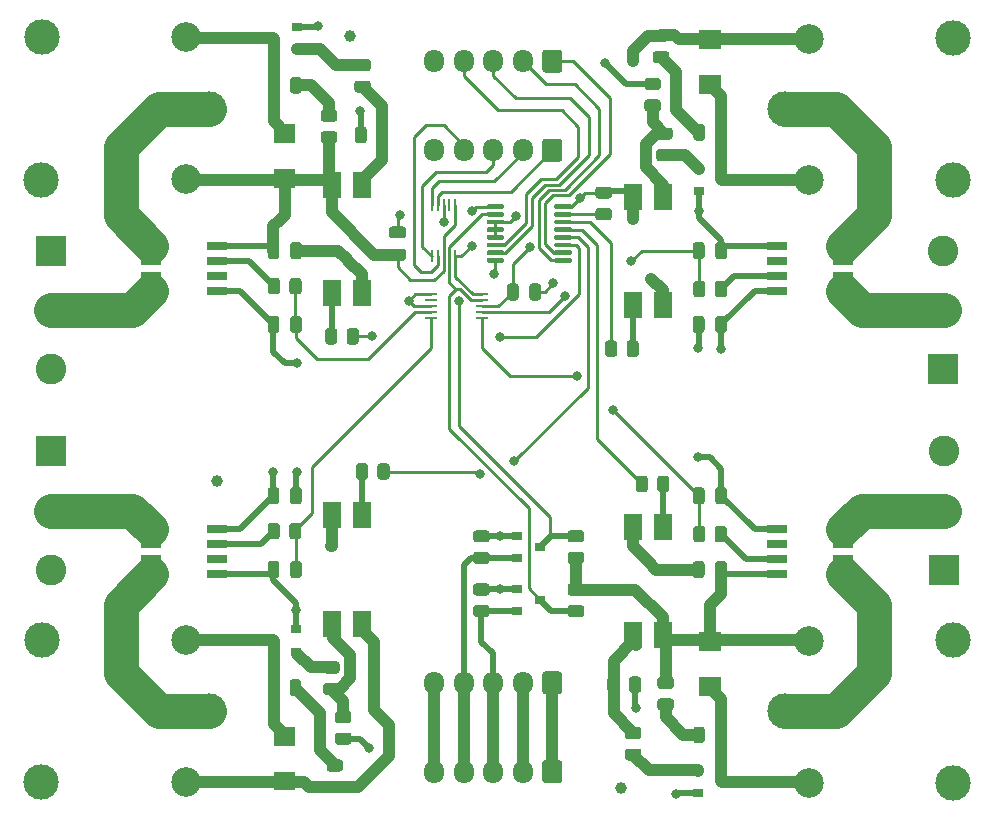
<source format=gtl>
G04 #@! TF.GenerationSoftware,KiCad,Pcbnew,5.1.10*
G04 #@! TF.CreationDate,2021-06-18T04:30:29+02:00*
G04 #@! TF.ProjectId,power-extender,706f7765-722d-4657-9874-656e6465722e,1*
G04 #@! TF.SameCoordinates,Original*
G04 #@! TF.FileFunction,Copper,L1,Top*
G04 #@! TF.FilePolarity,Positive*
%FSLAX46Y46*%
G04 Gerber Fmt 4.6, Leading zero omitted, Abs format (unit mm)*
G04 Created by KiCad (PCBNEW 5.1.10) date 2021-06-18 04:30:29*
%MOMM*%
%LPD*%
G01*
G04 APERTURE LIST*
G04 #@! TA.AperFunction,SMDPad,CuDef*
%ADD10R,1.750000X0.650000*%
G04 #@! TD*
G04 #@! TA.AperFunction,SMDPad,CuDef*
%ADD11C,0.150000*%
G04 #@! TD*
G04 #@! TA.AperFunction,SMDPad,CuDef*
%ADD12R,0.250000X1.100000*%
G04 #@! TD*
G04 #@! TA.AperFunction,SMDPad,CuDef*
%ADD13R,1.100000X0.250000*%
G04 #@! TD*
G04 #@! TA.AperFunction,SMDPad,CuDef*
%ADD14R,0.900000X0.800000*%
G04 #@! TD*
G04 #@! TA.AperFunction,ComponentPad*
%ADD15C,3.000000*%
G04 #@! TD*
G04 #@! TA.AperFunction,ComponentPad*
%ADD16C,2.500000*%
G04 #@! TD*
G04 #@! TA.AperFunction,SMDPad,CuDef*
%ADD17R,1.500000X2.200000*%
G04 #@! TD*
G04 #@! TA.AperFunction,ComponentPad*
%ADD18C,2.600000*%
G04 #@! TD*
G04 #@! TA.AperFunction,ComponentPad*
%ADD19R,2.600000X2.600000*%
G04 #@! TD*
G04 #@! TA.AperFunction,SMDPad,CuDef*
%ADD20C,1.000000*%
G04 #@! TD*
G04 #@! TA.AperFunction,ComponentPad*
%ADD21O,1.700000X1.950000*%
G04 #@! TD*
G04 #@! TA.AperFunction,ViaPad*
%ADD22C,0.800000*%
G04 #@! TD*
G04 #@! TA.AperFunction,Conductor*
%ADD23C,0.500000*%
G04 #@! TD*
G04 #@! TA.AperFunction,Conductor*
%ADD24C,1.000000*%
G04 #@! TD*
G04 #@! TA.AperFunction,Conductor*
%ADD25C,0.250000*%
G04 #@! TD*
G04 #@! TA.AperFunction,Conductor*
%ADD26C,3.000000*%
G04 #@! TD*
G04 APERTURE END LIST*
D10*
X119450000Y-90405000D03*
X125050000Y-90405000D03*
X119450000Y-89135000D03*
X125050000Y-89135000D03*
X119450000Y-87865000D03*
X125050000Y-87865000D03*
X119450000Y-86595000D03*
X125050000Y-86595000D03*
X178050000Y-86595000D03*
X172450000Y-86595000D03*
X178050000Y-87865000D03*
X172450000Y-87865000D03*
X178050000Y-89135000D03*
X172450000Y-89135000D03*
X178050000Y-90405000D03*
X172450000Y-90405000D03*
G04 #@! TA.AperFunction,SMDPad,CuDef*
D11*
G36*
X165850000Y-69900000D02*
G01*
X165850000Y-68300000D01*
X167650000Y-68300000D01*
X167650000Y-69900000D01*
X165850000Y-69900000D01*
G37*
G04 #@! TD.AperFunction*
G04 #@! TA.AperFunction,SMDPad,CuDef*
G36*
X165850000Y-73700000D02*
G01*
X165850000Y-72100000D01*
X167650000Y-72100000D01*
X167650000Y-73700000D01*
X165850000Y-73700000D01*
G37*
G04 #@! TD.AperFunction*
G04 #@! TA.AperFunction,SMDPad,CuDef*
G36*
X165850000Y-120900000D02*
G01*
X165850000Y-119300000D01*
X167650000Y-119300000D01*
X167650000Y-120900000D01*
X165850000Y-120900000D01*
G37*
G04 #@! TD.AperFunction*
G04 #@! TA.AperFunction,SMDPad,CuDef*
G36*
X165850000Y-124700000D02*
G01*
X165850000Y-123100000D01*
X167650000Y-123100000D01*
X167650000Y-124700000D01*
X165850000Y-124700000D01*
G37*
G04 #@! TD.AperFunction*
G04 #@! TA.AperFunction,SMDPad,CuDef*
G36*
X131650000Y-131100000D02*
G01*
X131650000Y-132700000D01*
X129850000Y-132700000D01*
X129850000Y-131100000D01*
X131650000Y-131100000D01*
G37*
G04 #@! TD.AperFunction*
G04 #@! TA.AperFunction,SMDPad,CuDef*
G36*
X131650000Y-127300000D02*
G01*
X131650000Y-128900000D01*
X129850000Y-128900000D01*
X129850000Y-127300000D01*
X131650000Y-127300000D01*
G37*
G04 #@! TD.AperFunction*
G04 #@! TA.AperFunction,SMDPad,CuDef*
G36*
X131650000Y-80100000D02*
G01*
X131650000Y-81700000D01*
X129850000Y-81700000D01*
X129850000Y-80100000D01*
X131650000Y-80100000D01*
G37*
G04 #@! TD.AperFunction*
G04 #@! TA.AperFunction,SMDPad,CuDef*
G36*
X131650000Y-76300000D02*
G01*
X131650000Y-77900000D01*
X129850000Y-77900000D01*
X129850000Y-76300000D01*
X131650000Y-76300000D01*
G37*
G04 #@! TD.AperFunction*
G04 #@! TA.AperFunction,SMDPad,CuDef*
G36*
G01*
X135150001Y-122800000D02*
X134249999Y-122800000D01*
G75*
G02*
X134000000Y-122550001I0J249999D01*
G01*
X134000000Y-122024999D01*
G75*
G02*
X134249999Y-121775000I249999J0D01*
G01*
X135150001Y-121775000D01*
G75*
G02*
X135400000Y-122024999I0J-249999D01*
G01*
X135400000Y-122550001D01*
G75*
G02*
X135150001Y-122800000I-249999J0D01*
G01*
G37*
G04 #@! TD.AperFunction*
G04 #@! TA.AperFunction,SMDPad,CuDef*
G36*
G01*
X135150001Y-124625000D02*
X134249999Y-124625000D01*
G75*
G02*
X134000000Y-124375001I0J249999D01*
G01*
X134000000Y-123849999D01*
G75*
G02*
X134249999Y-123600000I249999J0D01*
G01*
X135150001Y-123600000D01*
G75*
G02*
X135400000Y-123849999I0J-249999D01*
G01*
X135400000Y-124375001D01*
G75*
G02*
X135150001Y-124625000I-249999J0D01*
G01*
G37*
G04 #@! TD.AperFunction*
G04 #@! TA.AperFunction,SMDPad,CuDef*
G36*
G01*
X135450001Y-131100000D02*
X134549999Y-131100000D01*
G75*
G02*
X134300000Y-130850001I0J249999D01*
G01*
X134300000Y-130324999D01*
G75*
G02*
X134549999Y-130075000I249999J0D01*
G01*
X135450001Y-130075000D01*
G75*
G02*
X135700000Y-130324999I0J-249999D01*
G01*
X135700000Y-130850001D01*
G75*
G02*
X135450001Y-131100000I-249999J0D01*
G01*
G37*
G04 #@! TD.AperFunction*
G04 #@! TA.AperFunction,SMDPad,CuDef*
G36*
G01*
X135450001Y-132925000D02*
X134549999Y-132925000D01*
G75*
G02*
X134300000Y-132675001I0J249999D01*
G01*
X134300000Y-132149999D01*
G75*
G02*
X134549999Y-131900000I249999J0D01*
G01*
X135450001Y-131900000D01*
G75*
G02*
X135700000Y-132149999I0J-249999D01*
G01*
X135700000Y-132675001D01*
G75*
G02*
X135450001Y-132925000I-249999J0D01*
G01*
G37*
G04 #@! TD.AperFunction*
G04 #@! TA.AperFunction,SMDPad,CuDef*
G36*
G01*
X135249999Y-127800000D02*
X136150001Y-127800000D01*
G75*
G02*
X136400000Y-128049999I0J-249999D01*
G01*
X136400000Y-128575001D01*
G75*
G02*
X136150001Y-128825000I-249999J0D01*
G01*
X135249999Y-128825000D01*
G75*
G02*
X135000000Y-128575001I0J249999D01*
G01*
X135000000Y-128049999D01*
G75*
G02*
X135249999Y-127800000I249999J0D01*
G01*
G37*
G04 #@! TD.AperFunction*
G04 #@! TA.AperFunction,SMDPad,CuDef*
G36*
G01*
X135249999Y-125975000D02*
X136150001Y-125975000D01*
G75*
G02*
X136400000Y-126224999I0J-249999D01*
G01*
X136400000Y-126750001D01*
G75*
G02*
X136150001Y-127000000I-249999J0D01*
G01*
X135249999Y-127000000D01*
G75*
G02*
X135000000Y-126750001I0J249999D01*
G01*
X135000000Y-126224999D01*
G75*
G02*
X135249999Y-125975000I249999J0D01*
G01*
G37*
G04 #@! TD.AperFunction*
G04 #@! TA.AperFunction,SMDPad,CuDef*
G36*
G01*
X137700000Y-76749999D02*
X137700000Y-77650001D01*
G75*
G02*
X137450001Y-77900000I-249999J0D01*
G01*
X136924999Y-77900000D01*
G75*
G02*
X136675000Y-77650001I0J249999D01*
G01*
X136675000Y-76749999D01*
G75*
G02*
X136924999Y-76500000I249999J0D01*
G01*
X137450001Y-76500000D01*
G75*
G02*
X137700000Y-76749999I0J-249999D01*
G01*
G37*
G04 #@! TD.AperFunction*
G04 #@! TA.AperFunction,SMDPad,CuDef*
G36*
G01*
X139525000Y-76749999D02*
X139525000Y-77650001D01*
G75*
G02*
X139275001Y-77900000I-249999J0D01*
G01*
X138749999Y-77900000D01*
G75*
G02*
X138500000Y-77650001I0J249999D01*
G01*
X138500000Y-76749999D01*
G75*
G02*
X138749999Y-76500000I249999J0D01*
G01*
X139275001Y-76500000D01*
G75*
G02*
X139525000Y-76749999I0J-249999D01*
G01*
G37*
G04 #@! TD.AperFunction*
G04 #@! TA.AperFunction,SMDPad,CuDef*
G36*
G01*
X137800001Y-71800000D02*
X136899999Y-71800000D01*
G75*
G02*
X136650000Y-71550001I0J249999D01*
G01*
X136650000Y-71024999D01*
G75*
G02*
X136899999Y-70775000I249999J0D01*
G01*
X137800001Y-70775000D01*
G75*
G02*
X138050000Y-71024999I0J-249999D01*
G01*
X138050000Y-71550001D01*
G75*
G02*
X137800001Y-71800000I-249999J0D01*
G01*
G37*
G04 #@! TD.AperFunction*
G04 #@! TA.AperFunction,SMDPad,CuDef*
G36*
G01*
X137800001Y-73625000D02*
X136899999Y-73625000D01*
G75*
G02*
X136650000Y-73375001I0J249999D01*
G01*
X136650000Y-72849999D01*
G75*
G02*
X136899999Y-72600000I249999J0D01*
G01*
X137800001Y-72600000D01*
G75*
G02*
X138050000Y-72849999I0J-249999D01*
G01*
X138050000Y-73375001D01*
G75*
G02*
X137800001Y-73625000I-249999J0D01*
G01*
G37*
G04 #@! TD.AperFunction*
D12*
X145200000Y-87450000D03*
X144700000Y-87450000D03*
X144200000Y-87450000D03*
X143700000Y-87450000D03*
X143200000Y-87450000D03*
X143200000Y-83150000D03*
X143700000Y-83150000D03*
X144200000Y-83150000D03*
X144700000Y-83150000D03*
X145200000Y-83150000D03*
G04 #@! TA.AperFunction,SMDPad,CuDef*
G36*
G01*
X153575000Y-83375000D02*
X153575000Y-83175000D01*
G75*
G02*
X153675000Y-83075000I100000J0D01*
G01*
X154950000Y-83075000D01*
G75*
G02*
X155050000Y-83175000I0J-100000D01*
G01*
X155050000Y-83375000D01*
G75*
G02*
X154950000Y-83475000I-100000J0D01*
G01*
X153675000Y-83475000D01*
G75*
G02*
X153575000Y-83375000I0J100000D01*
G01*
G37*
G04 #@! TD.AperFunction*
G04 #@! TA.AperFunction,SMDPad,CuDef*
G36*
G01*
X153575000Y-84025000D02*
X153575000Y-83825000D01*
G75*
G02*
X153675000Y-83725000I100000J0D01*
G01*
X154950000Y-83725000D01*
G75*
G02*
X155050000Y-83825000I0J-100000D01*
G01*
X155050000Y-84025000D01*
G75*
G02*
X154950000Y-84125000I-100000J0D01*
G01*
X153675000Y-84125000D01*
G75*
G02*
X153575000Y-84025000I0J100000D01*
G01*
G37*
G04 #@! TD.AperFunction*
G04 #@! TA.AperFunction,SMDPad,CuDef*
G36*
G01*
X153575000Y-84675000D02*
X153575000Y-84475000D01*
G75*
G02*
X153675000Y-84375000I100000J0D01*
G01*
X154950000Y-84375000D01*
G75*
G02*
X155050000Y-84475000I0J-100000D01*
G01*
X155050000Y-84675000D01*
G75*
G02*
X154950000Y-84775000I-100000J0D01*
G01*
X153675000Y-84775000D01*
G75*
G02*
X153575000Y-84675000I0J100000D01*
G01*
G37*
G04 #@! TD.AperFunction*
G04 #@! TA.AperFunction,SMDPad,CuDef*
G36*
G01*
X153575000Y-85325000D02*
X153575000Y-85125000D01*
G75*
G02*
X153675000Y-85025000I100000J0D01*
G01*
X154950000Y-85025000D01*
G75*
G02*
X155050000Y-85125000I0J-100000D01*
G01*
X155050000Y-85325000D01*
G75*
G02*
X154950000Y-85425000I-100000J0D01*
G01*
X153675000Y-85425000D01*
G75*
G02*
X153575000Y-85325000I0J100000D01*
G01*
G37*
G04 #@! TD.AperFunction*
G04 #@! TA.AperFunction,SMDPad,CuDef*
G36*
G01*
X153575000Y-85975000D02*
X153575000Y-85775000D01*
G75*
G02*
X153675000Y-85675000I100000J0D01*
G01*
X154950000Y-85675000D01*
G75*
G02*
X155050000Y-85775000I0J-100000D01*
G01*
X155050000Y-85975000D01*
G75*
G02*
X154950000Y-86075000I-100000J0D01*
G01*
X153675000Y-86075000D01*
G75*
G02*
X153575000Y-85975000I0J100000D01*
G01*
G37*
G04 #@! TD.AperFunction*
G04 #@! TA.AperFunction,SMDPad,CuDef*
G36*
G01*
X153575000Y-86625000D02*
X153575000Y-86425000D01*
G75*
G02*
X153675000Y-86325000I100000J0D01*
G01*
X154950000Y-86325000D01*
G75*
G02*
X155050000Y-86425000I0J-100000D01*
G01*
X155050000Y-86625000D01*
G75*
G02*
X154950000Y-86725000I-100000J0D01*
G01*
X153675000Y-86725000D01*
G75*
G02*
X153575000Y-86625000I0J100000D01*
G01*
G37*
G04 #@! TD.AperFunction*
G04 #@! TA.AperFunction,SMDPad,CuDef*
G36*
G01*
X153575000Y-87275000D02*
X153575000Y-87075000D01*
G75*
G02*
X153675000Y-86975000I100000J0D01*
G01*
X154950000Y-86975000D01*
G75*
G02*
X155050000Y-87075000I0J-100000D01*
G01*
X155050000Y-87275000D01*
G75*
G02*
X154950000Y-87375000I-100000J0D01*
G01*
X153675000Y-87375000D01*
G75*
G02*
X153575000Y-87275000I0J100000D01*
G01*
G37*
G04 #@! TD.AperFunction*
G04 #@! TA.AperFunction,SMDPad,CuDef*
G36*
G01*
X153575000Y-87925000D02*
X153575000Y-87725000D01*
G75*
G02*
X153675000Y-87625000I100000J0D01*
G01*
X154950000Y-87625000D01*
G75*
G02*
X155050000Y-87725000I0J-100000D01*
G01*
X155050000Y-87925000D01*
G75*
G02*
X154950000Y-88025000I-100000J0D01*
G01*
X153675000Y-88025000D01*
G75*
G02*
X153575000Y-87925000I0J100000D01*
G01*
G37*
G04 #@! TD.AperFunction*
G04 #@! TA.AperFunction,SMDPad,CuDef*
G36*
G01*
X147850000Y-87925000D02*
X147850000Y-87725000D01*
G75*
G02*
X147950000Y-87625000I100000J0D01*
G01*
X149225000Y-87625000D01*
G75*
G02*
X149325000Y-87725000I0J-100000D01*
G01*
X149325000Y-87925000D01*
G75*
G02*
X149225000Y-88025000I-100000J0D01*
G01*
X147950000Y-88025000D01*
G75*
G02*
X147850000Y-87925000I0J100000D01*
G01*
G37*
G04 #@! TD.AperFunction*
G04 #@! TA.AperFunction,SMDPad,CuDef*
G36*
G01*
X147850000Y-87275000D02*
X147850000Y-87075000D01*
G75*
G02*
X147950000Y-86975000I100000J0D01*
G01*
X149225000Y-86975000D01*
G75*
G02*
X149325000Y-87075000I0J-100000D01*
G01*
X149325000Y-87275000D01*
G75*
G02*
X149225000Y-87375000I-100000J0D01*
G01*
X147950000Y-87375000D01*
G75*
G02*
X147850000Y-87275000I0J100000D01*
G01*
G37*
G04 #@! TD.AperFunction*
G04 #@! TA.AperFunction,SMDPad,CuDef*
G36*
G01*
X147850000Y-86625000D02*
X147850000Y-86425000D01*
G75*
G02*
X147950000Y-86325000I100000J0D01*
G01*
X149225000Y-86325000D01*
G75*
G02*
X149325000Y-86425000I0J-100000D01*
G01*
X149325000Y-86625000D01*
G75*
G02*
X149225000Y-86725000I-100000J0D01*
G01*
X147950000Y-86725000D01*
G75*
G02*
X147850000Y-86625000I0J100000D01*
G01*
G37*
G04 #@! TD.AperFunction*
G04 #@! TA.AperFunction,SMDPad,CuDef*
G36*
G01*
X147850000Y-85975000D02*
X147850000Y-85775000D01*
G75*
G02*
X147950000Y-85675000I100000J0D01*
G01*
X149225000Y-85675000D01*
G75*
G02*
X149325000Y-85775000I0J-100000D01*
G01*
X149325000Y-85975000D01*
G75*
G02*
X149225000Y-86075000I-100000J0D01*
G01*
X147950000Y-86075000D01*
G75*
G02*
X147850000Y-85975000I0J100000D01*
G01*
G37*
G04 #@! TD.AperFunction*
G04 #@! TA.AperFunction,SMDPad,CuDef*
G36*
G01*
X147850000Y-85325000D02*
X147850000Y-85125000D01*
G75*
G02*
X147950000Y-85025000I100000J0D01*
G01*
X149225000Y-85025000D01*
G75*
G02*
X149325000Y-85125000I0J-100000D01*
G01*
X149325000Y-85325000D01*
G75*
G02*
X149225000Y-85425000I-100000J0D01*
G01*
X147950000Y-85425000D01*
G75*
G02*
X147850000Y-85325000I0J100000D01*
G01*
G37*
G04 #@! TD.AperFunction*
G04 #@! TA.AperFunction,SMDPad,CuDef*
G36*
G01*
X147850000Y-84675000D02*
X147850000Y-84475000D01*
G75*
G02*
X147950000Y-84375000I100000J0D01*
G01*
X149225000Y-84375000D01*
G75*
G02*
X149325000Y-84475000I0J-100000D01*
G01*
X149325000Y-84675000D01*
G75*
G02*
X149225000Y-84775000I-100000J0D01*
G01*
X147950000Y-84775000D01*
G75*
G02*
X147850000Y-84675000I0J100000D01*
G01*
G37*
G04 #@! TD.AperFunction*
G04 #@! TA.AperFunction,SMDPad,CuDef*
G36*
G01*
X147850000Y-84025000D02*
X147850000Y-83825000D01*
G75*
G02*
X147950000Y-83725000I100000J0D01*
G01*
X149225000Y-83725000D01*
G75*
G02*
X149325000Y-83825000I0J-100000D01*
G01*
X149325000Y-84025000D01*
G75*
G02*
X149225000Y-84125000I-100000J0D01*
G01*
X147950000Y-84125000D01*
G75*
G02*
X147850000Y-84025000I0J100000D01*
G01*
G37*
G04 #@! TD.AperFunction*
G04 #@! TA.AperFunction,SMDPad,CuDef*
G36*
G01*
X147850000Y-83375000D02*
X147850000Y-83175000D01*
G75*
G02*
X147950000Y-83075000I100000J0D01*
G01*
X149225000Y-83075000D01*
G75*
G02*
X149325000Y-83175000I0J-100000D01*
G01*
X149325000Y-83375000D01*
G75*
G02*
X149225000Y-83475000I-100000J0D01*
G01*
X147950000Y-83475000D01*
G75*
G02*
X147850000Y-83375000I0J100000D01*
G01*
G37*
G04 #@! TD.AperFunction*
G04 #@! TA.AperFunction,SMDPad,CuDef*
G36*
G01*
X159900000Y-124200001D02*
X159900000Y-123299999D01*
G75*
G02*
X160149999Y-123050000I249999J0D01*
G01*
X160675001Y-123050000D01*
G75*
G02*
X160925000Y-123299999I0J-249999D01*
G01*
X160925000Y-124200001D01*
G75*
G02*
X160675001Y-124450000I-249999J0D01*
G01*
X160149999Y-124450000D01*
G75*
G02*
X159900000Y-124200001I0J249999D01*
G01*
G37*
G04 #@! TD.AperFunction*
G04 #@! TA.AperFunction,SMDPad,CuDef*
G36*
G01*
X158075000Y-124200001D02*
X158075000Y-123299999D01*
G75*
G02*
X158324999Y-123050000I249999J0D01*
G01*
X158850001Y-123050000D01*
G75*
G02*
X159100000Y-123299999I0J-249999D01*
G01*
X159100000Y-124200001D01*
G75*
G02*
X158850001Y-124450000I-249999J0D01*
G01*
X158324999Y-124450000D01*
G75*
G02*
X158075000Y-124200001I0J249999D01*
G01*
G37*
G04 #@! TD.AperFunction*
D13*
X147450000Y-90700000D03*
X147450000Y-91200000D03*
X147450000Y-91700000D03*
X147450000Y-92200000D03*
X147450000Y-92700000D03*
X143150000Y-92700000D03*
X143150000Y-92200000D03*
X143150000Y-91700000D03*
X143150000Y-91200000D03*
X143150000Y-90700000D03*
D14*
X167800000Y-81000000D03*
X165800000Y-81950000D03*
X165800000Y-80050000D03*
G04 #@! TA.AperFunction,SMDPad,CuDef*
G36*
G01*
X162149999Y-70100000D02*
X163050001Y-70100000D01*
G75*
G02*
X163300000Y-70349999I0J-249999D01*
G01*
X163300000Y-70875001D01*
G75*
G02*
X163050001Y-71125000I-249999J0D01*
G01*
X162149999Y-71125000D01*
G75*
G02*
X161900000Y-70875001I0J249999D01*
G01*
X161900000Y-70349999D01*
G75*
G02*
X162149999Y-70100000I249999J0D01*
G01*
G37*
G04 #@! TD.AperFunction*
G04 #@! TA.AperFunction,SMDPad,CuDef*
G36*
G01*
X162149999Y-68275000D02*
X163050001Y-68275000D01*
G75*
G02*
X163300000Y-68524999I0J-249999D01*
G01*
X163300000Y-69050001D01*
G75*
G02*
X163050001Y-69300000I-249999J0D01*
G01*
X162149999Y-69300000D01*
G75*
G02*
X161900000Y-69050001I0J249999D01*
G01*
X161900000Y-68524999D01*
G75*
G02*
X162149999Y-68275000I249999J0D01*
G01*
G37*
G04 #@! TD.AperFunction*
G04 #@! TA.AperFunction,SMDPad,CuDef*
G36*
G01*
X167170000Y-90700001D02*
X167170000Y-89799999D01*
G75*
G02*
X167419999Y-89550000I249999J0D01*
G01*
X167945001Y-89550000D01*
G75*
G02*
X168195000Y-89799999I0J-249999D01*
G01*
X168195000Y-90700001D01*
G75*
G02*
X167945001Y-90950000I-249999J0D01*
G01*
X167419999Y-90950000D01*
G75*
G02*
X167170000Y-90700001I0J249999D01*
G01*
G37*
G04 #@! TD.AperFunction*
G04 #@! TA.AperFunction,SMDPad,CuDef*
G36*
G01*
X165345000Y-90700001D02*
X165345000Y-89799999D01*
G75*
G02*
X165594999Y-89550000I249999J0D01*
G01*
X166120001Y-89550000D01*
G75*
G02*
X166370000Y-89799999I0J-249999D01*
G01*
X166370000Y-90700001D01*
G75*
G02*
X166120001Y-90950000I-249999J0D01*
G01*
X165594999Y-90950000D01*
G75*
G02*
X165345000Y-90700001I0J249999D01*
G01*
G37*
G04 #@! TD.AperFunction*
D15*
X173150000Y-75000000D03*
D16*
X175100000Y-69050000D03*
D15*
X187350000Y-69000000D03*
X187300000Y-81050000D03*
D16*
X175100000Y-81050000D03*
G04 #@! TA.AperFunction,SMDPad,CuDef*
G36*
G01*
X166330000Y-76543750D02*
X166330000Y-77456250D01*
G75*
G02*
X166086250Y-77700000I-243750J0D01*
G01*
X165598750Y-77700000D01*
G75*
G02*
X165355000Y-77456250I0J243750D01*
G01*
X165355000Y-76543750D01*
G75*
G02*
X165598750Y-76300000I243750J0D01*
G01*
X166086250Y-76300000D01*
G75*
G02*
X166330000Y-76543750I0J-243750D01*
G01*
G37*
G04 #@! TD.AperFunction*
G04 #@! TA.AperFunction,SMDPad,CuDef*
G36*
G01*
X168205000Y-76543750D02*
X168205000Y-77456250D01*
G75*
G02*
X167961250Y-77700000I-243750J0D01*
G01*
X167473750Y-77700000D01*
G75*
G02*
X167230000Y-77456250I0J243750D01*
G01*
X167230000Y-76543750D01*
G75*
G02*
X167473750Y-76300000I243750J0D01*
G01*
X167961250Y-76300000D01*
G75*
G02*
X168205000Y-76543750I0J-243750D01*
G01*
G37*
G04 #@! TD.AperFunction*
G04 #@! TA.AperFunction,SMDPad,CuDef*
G36*
G01*
X162449999Y-78400000D02*
X163350001Y-78400000D01*
G75*
G02*
X163600000Y-78649999I0J-249999D01*
G01*
X163600000Y-79175001D01*
G75*
G02*
X163350001Y-79425000I-249999J0D01*
G01*
X162449999Y-79425000D01*
G75*
G02*
X162200000Y-79175001I0J249999D01*
G01*
X162200000Y-78649999D01*
G75*
G02*
X162449999Y-78400000I249999J0D01*
G01*
G37*
G04 #@! TD.AperFunction*
G04 #@! TA.AperFunction,SMDPad,CuDef*
G36*
G01*
X162449999Y-76575000D02*
X163350001Y-76575000D01*
G75*
G02*
X163600000Y-76824999I0J-249999D01*
G01*
X163600000Y-77350001D01*
G75*
G02*
X163350001Y-77600000I-249999J0D01*
G01*
X162449999Y-77600000D01*
G75*
G02*
X162200000Y-77350001I0J249999D01*
G01*
X162200000Y-76824999D01*
G75*
G02*
X162449999Y-76575000I249999J0D01*
G01*
G37*
G04 #@! TD.AperFunction*
D17*
X162770000Y-91580000D03*
X162770000Y-82420000D03*
X160230000Y-91580000D03*
X160230000Y-82420000D03*
G04 #@! TA.AperFunction,SMDPad,CuDef*
G36*
G01*
X166300000Y-92775000D02*
X166300000Y-93725000D01*
G75*
G02*
X166050000Y-93975000I-250000J0D01*
G01*
X165550000Y-93975000D01*
G75*
G02*
X165300000Y-93725000I0J250000D01*
G01*
X165300000Y-92775000D01*
G75*
G02*
X165550000Y-92525000I250000J0D01*
G01*
X166050000Y-92525000D01*
G75*
G02*
X166300000Y-92775000I0J-250000D01*
G01*
G37*
G04 #@! TD.AperFunction*
G04 #@! TA.AperFunction,SMDPad,CuDef*
G36*
G01*
X168200000Y-92775000D02*
X168200000Y-93725000D01*
G75*
G02*
X167950000Y-93975000I-250000J0D01*
G01*
X167450000Y-93975000D01*
G75*
G02*
X167200000Y-93725000I0J250000D01*
G01*
X167200000Y-92775000D01*
G75*
G02*
X167450000Y-92525000I250000J0D01*
G01*
X167950000Y-92525000D01*
G75*
G02*
X168200000Y-92775000I0J-250000D01*
G01*
G37*
G04 #@! TD.AperFunction*
G04 #@! TA.AperFunction,SMDPad,CuDef*
G36*
G01*
X167200000Y-87475000D02*
X167200000Y-86525000D01*
G75*
G02*
X167450000Y-86275000I250000J0D01*
G01*
X167950000Y-86275000D01*
G75*
G02*
X168200000Y-86525000I0J-250000D01*
G01*
X168200000Y-87475000D01*
G75*
G02*
X167950000Y-87725000I-250000J0D01*
G01*
X167450000Y-87725000D01*
G75*
G02*
X167200000Y-87475000I0J250000D01*
G01*
G37*
G04 #@! TD.AperFunction*
G04 #@! TA.AperFunction,SMDPad,CuDef*
G36*
G01*
X165300000Y-87475000D02*
X165300000Y-86525000D01*
G75*
G02*
X165550000Y-86275000I250000J0D01*
G01*
X166050000Y-86275000D01*
G75*
G02*
X166300000Y-86525000I0J-250000D01*
G01*
X166300000Y-87475000D01*
G75*
G02*
X166050000Y-87725000I-250000J0D01*
G01*
X165550000Y-87725000D01*
G75*
G02*
X165300000Y-87475000I0J250000D01*
G01*
G37*
G04 #@! TD.AperFunction*
D18*
X186500000Y-87000000D03*
X186500000Y-92000000D03*
D19*
X186500000Y-97000000D03*
D10*
X178050000Y-110595000D03*
X172450000Y-110595000D03*
X178050000Y-111865000D03*
X172450000Y-111865000D03*
X178050000Y-113135000D03*
X172450000Y-113135000D03*
X178050000Y-114405000D03*
X172450000Y-114405000D03*
D14*
X167750000Y-132000000D03*
X165750000Y-132950000D03*
X165750000Y-131050000D03*
G04 #@! TA.AperFunction,SMDPad,CuDef*
G36*
G01*
X159700000Y-95750001D02*
X159700000Y-94849999D01*
G75*
G02*
X159949999Y-94600000I249999J0D01*
G01*
X160475001Y-94600000D01*
G75*
G02*
X160725000Y-94849999I0J-249999D01*
G01*
X160725000Y-95750001D01*
G75*
G02*
X160475001Y-96000000I-249999J0D01*
G01*
X159949999Y-96000000D01*
G75*
G02*
X159700000Y-95750001I0J249999D01*
G01*
G37*
G04 #@! TD.AperFunction*
G04 #@! TA.AperFunction,SMDPad,CuDef*
G36*
G01*
X157875000Y-95750001D02*
X157875000Y-94849999D01*
G75*
G02*
X158124999Y-94600000I249999J0D01*
G01*
X158650001Y-94600000D01*
G75*
G02*
X158900000Y-94849999I0J-249999D01*
G01*
X158900000Y-95750001D01*
G75*
G02*
X158650001Y-96000000I-249999J0D01*
G01*
X158124999Y-96000000D01*
G75*
G02*
X157875000Y-95750001I0J249999D01*
G01*
G37*
G04 #@! TD.AperFunction*
G04 #@! TA.AperFunction,SMDPad,CuDef*
G36*
G01*
X167200000Y-108225000D02*
X167200000Y-107275000D01*
G75*
G02*
X167450000Y-107025000I250000J0D01*
G01*
X167950000Y-107025000D01*
G75*
G02*
X168200000Y-107275000I0J-250000D01*
G01*
X168200000Y-108225000D01*
G75*
G02*
X167950000Y-108475000I-250000J0D01*
G01*
X167450000Y-108475000D01*
G75*
G02*
X167200000Y-108225000I0J250000D01*
G01*
G37*
G04 #@! TD.AperFunction*
G04 #@! TA.AperFunction,SMDPad,CuDef*
G36*
G01*
X165300000Y-108225000D02*
X165300000Y-107275000D01*
G75*
G02*
X165550000Y-107025000I250000J0D01*
G01*
X166050000Y-107025000D01*
G75*
G02*
X166300000Y-107275000I0J-250000D01*
G01*
X166300000Y-108225000D01*
G75*
G02*
X166050000Y-108475000I-250000J0D01*
G01*
X165550000Y-108475000D01*
G75*
G02*
X165300000Y-108225000I0J250000D01*
G01*
G37*
G04 #@! TD.AperFunction*
G04 #@! TA.AperFunction,SMDPad,CuDef*
G36*
G01*
X162549999Y-124900000D02*
X163450001Y-124900000D01*
G75*
G02*
X163700000Y-125149999I0J-249999D01*
G01*
X163700000Y-125675001D01*
G75*
G02*
X163450001Y-125925000I-249999J0D01*
G01*
X162549999Y-125925000D01*
G75*
G02*
X162300000Y-125675001I0J249999D01*
G01*
X162300000Y-125149999D01*
G75*
G02*
X162549999Y-124900000I249999J0D01*
G01*
G37*
G04 #@! TD.AperFunction*
G04 #@! TA.AperFunction,SMDPad,CuDef*
G36*
G01*
X162549999Y-123075000D02*
X163450001Y-123075000D01*
G75*
G02*
X163700000Y-123324999I0J-249999D01*
G01*
X163700000Y-123850001D01*
G75*
G02*
X163450001Y-124100000I-249999J0D01*
G01*
X162549999Y-124100000D01*
G75*
G02*
X162300000Y-123850001I0J249999D01*
G01*
X162300000Y-123324999D01*
G75*
G02*
X162549999Y-123075000I249999J0D01*
G01*
G37*
G04 #@! TD.AperFunction*
G04 #@! TA.AperFunction,SMDPad,CuDef*
G36*
G01*
X167150000Y-111450001D02*
X167150000Y-110549999D01*
G75*
G02*
X167399999Y-110300000I249999J0D01*
G01*
X167925001Y-110300000D01*
G75*
G02*
X168175000Y-110549999I0J-249999D01*
G01*
X168175000Y-111450001D01*
G75*
G02*
X167925001Y-111700000I-249999J0D01*
G01*
X167399999Y-111700000D01*
G75*
G02*
X167150000Y-111450001I0J249999D01*
G01*
G37*
G04 #@! TD.AperFunction*
G04 #@! TA.AperFunction,SMDPad,CuDef*
G36*
G01*
X165325000Y-111450001D02*
X165325000Y-110549999D01*
G75*
G02*
X165574999Y-110300000I249999J0D01*
G01*
X166100001Y-110300000D01*
G75*
G02*
X166350000Y-110549999I0J-249999D01*
G01*
X166350000Y-111450001D01*
G75*
G02*
X166100001Y-111700000I-249999J0D01*
G01*
X165574999Y-111700000D01*
G75*
G02*
X165325000Y-111450001I0J249999D01*
G01*
G37*
G04 #@! TD.AperFunction*
G04 #@! TA.AperFunction,SMDPad,CuDef*
G36*
G01*
X159799999Y-129150000D02*
X160700001Y-129150000D01*
G75*
G02*
X160950000Y-129399999I0J-249999D01*
G01*
X160950000Y-129925001D01*
G75*
G02*
X160700001Y-130175000I-249999J0D01*
G01*
X159799999Y-130175000D01*
G75*
G02*
X159550000Y-129925001I0J249999D01*
G01*
X159550000Y-129399999D01*
G75*
G02*
X159799999Y-129150000I249999J0D01*
G01*
G37*
G04 #@! TD.AperFunction*
G04 #@! TA.AperFunction,SMDPad,CuDef*
G36*
G01*
X159799999Y-127325000D02*
X160700001Y-127325000D01*
G75*
G02*
X160950000Y-127574999I0J-249999D01*
G01*
X160950000Y-128100001D01*
G75*
G02*
X160700001Y-128350000I-249999J0D01*
G01*
X159799999Y-128350000D01*
G75*
G02*
X159550000Y-128100001I0J249999D01*
G01*
X159550000Y-127574999D01*
G75*
G02*
X159799999Y-127325000I249999J0D01*
G01*
G37*
G04 #@! TD.AperFunction*
G04 #@! TA.AperFunction,SMDPad,CuDef*
G36*
G01*
X162300000Y-107200001D02*
X162300000Y-106299999D01*
G75*
G02*
X162549999Y-106050000I249999J0D01*
G01*
X163075001Y-106050000D01*
G75*
G02*
X163325000Y-106299999I0J-249999D01*
G01*
X163325000Y-107200001D01*
G75*
G02*
X163075001Y-107450000I-249999J0D01*
G01*
X162549999Y-107450000D01*
G75*
G02*
X162300000Y-107200001I0J249999D01*
G01*
G37*
G04 #@! TD.AperFunction*
G04 #@! TA.AperFunction,SMDPad,CuDef*
G36*
G01*
X160475000Y-107200001D02*
X160475000Y-106299999D01*
G75*
G02*
X160724999Y-106050000I249999J0D01*
G01*
X161250001Y-106050000D01*
G75*
G02*
X161500000Y-106299999I0J-249999D01*
G01*
X161500000Y-107200001D01*
G75*
G02*
X161250001Y-107450000I-249999J0D01*
G01*
X160724999Y-107450000D01*
G75*
G02*
X160475000Y-107200001I0J249999D01*
G01*
G37*
G04 #@! TD.AperFunction*
G04 #@! TA.AperFunction,SMDPad,CuDef*
G36*
G01*
X166300000Y-127543750D02*
X166300000Y-128456250D01*
G75*
G02*
X166056250Y-128700000I-243750J0D01*
G01*
X165568750Y-128700000D01*
G75*
G02*
X165325000Y-128456250I0J243750D01*
G01*
X165325000Y-127543750D01*
G75*
G02*
X165568750Y-127300000I243750J0D01*
G01*
X166056250Y-127300000D01*
G75*
G02*
X166300000Y-127543750I0J-243750D01*
G01*
G37*
G04 #@! TD.AperFunction*
G04 #@! TA.AperFunction,SMDPad,CuDef*
G36*
G01*
X168175000Y-127543750D02*
X168175000Y-128456250D01*
G75*
G02*
X167931250Y-128700000I-243750J0D01*
G01*
X167443750Y-128700000D01*
G75*
G02*
X167200000Y-128456250I0J243750D01*
G01*
X167200000Y-127543750D01*
G75*
G02*
X167443750Y-127300000I243750J0D01*
G01*
X167931250Y-127300000D01*
G75*
G02*
X168175000Y-127543750I0J-243750D01*
G01*
G37*
G04 #@! TD.AperFunction*
G04 #@! TA.AperFunction,SMDPad,CuDef*
G36*
G01*
X166300000Y-113525000D02*
X166300000Y-114475000D01*
G75*
G02*
X166050000Y-114725000I-250000J0D01*
G01*
X165550000Y-114725000D01*
G75*
G02*
X165300000Y-114475000I0J250000D01*
G01*
X165300000Y-113525000D01*
G75*
G02*
X165550000Y-113275000I250000J0D01*
G01*
X166050000Y-113275000D01*
G75*
G02*
X166300000Y-113525000I0J-250000D01*
G01*
G37*
G04 #@! TD.AperFunction*
G04 #@! TA.AperFunction,SMDPad,CuDef*
G36*
G01*
X168200000Y-113525000D02*
X168200000Y-114475000D01*
G75*
G02*
X167950000Y-114725000I-250000J0D01*
G01*
X167450000Y-114725000D01*
G75*
G02*
X167200000Y-114475000I0J250000D01*
G01*
X167200000Y-113525000D01*
G75*
G02*
X167450000Y-113275000I250000J0D01*
G01*
X167950000Y-113275000D01*
G75*
G02*
X168200000Y-113525000I0J-250000D01*
G01*
G37*
G04 #@! TD.AperFunction*
D17*
X160230000Y-110420000D03*
X160230000Y-119580000D03*
X162770000Y-110420000D03*
X162770000Y-119580000D03*
D15*
X173150000Y-126000000D03*
D16*
X175100000Y-120050000D03*
D15*
X187350000Y-120000000D03*
X187300000Y-132050000D03*
D16*
X175100000Y-132050000D03*
D18*
X186550000Y-104000000D03*
X186550000Y-109000000D03*
D19*
X186550000Y-114000000D03*
D10*
X119450000Y-114405000D03*
X125050000Y-114405000D03*
X119450000Y-113135000D03*
X125050000Y-113135000D03*
X119450000Y-111865000D03*
X125050000Y-111865000D03*
X119450000Y-110595000D03*
X125050000Y-110595000D03*
D14*
X129700000Y-120000000D03*
X131700000Y-119050000D03*
X131700000Y-120950000D03*
G04 #@! TA.AperFunction,SMDPad,CuDef*
G36*
G01*
X130300000Y-113525000D02*
X130300000Y-114475000D01*
G75*
G02*
X130050000Y-114725000I-250000J0D01*
G01*
X129550000Y-114725000D01*
G75*
G02*
X129300000Y-114475000I0J250000D01*
G01*
X129300000Y-113525000D01*
G75*
G02*
X129550000Y-113275000I250000J0D01*
G01*
X130050000Y-113275000D01*
G75*
G02*
X130300000Y-113525000I0J-250000D01*
G01*
G37*
G04 #@! TD.AperFunction*
G04 #@! TA.AperFunction,SMDPad,CuDef*
G36*
G01*
X132200000Y-113525000D02*
X132200000Y-114475000D01*
G75*
G02*
X131950000Y-114725000I-250000J0D01*
G01*
X131450000Y-114725000D01*
G75*
G02*
X131200000Y-114475000I0J250000D01*
G01*
X131200000Y-113525000D01*
G75*
G02*
X131450000Y-113275000I250000J0D01*
G01*
X131950000Y-113275000D01*
G75*
G02*
X132200000Y-113525000I0J-250000D01*
G01*
G37*
G04 #@! TD.AperFunction*
G04 #@! TA.AperFunction,SMDPad,CuDef*
G36*
G01*
X130330000Y-110299999D02*
X130330000Y-111200001D01*
G75*
G02*
X130080001Y-111450000I-249999J0D01*
G01*
X129554999Y-111450000D01*
G75*
G02*
X129305000Y-111200001I0J249999D01*
G01*
X129305000Y-110299999D01*
G75*
G02*
X129554999Y-110050000I249999J0D01*
G01*
X130080001Y-110050000D01*
G75*
G02*
X130330000Y-110299999I0J-249999D01*
G01*
G37*
G04 #@! TD.AperFunction*
G04 #@! TA.AperFunction,SMDPad,CuDef*
G36*
G01*
X132155000Y-110299999D02*
X132155000Y-111200001D01*
G75*
G02*
X131905001Y-111450000I-249999J0D01*
G01*
X131379999Y-111450000D01*
G75*
G02*
X131130000Y-111200001I0J249999D01*
G01*
X131130000Y-110299999D01*
G75*
G02*
X131379999Y-110050000I249999J0D01*
G01*
X131905001Y-110050000D01*
G75*
G02*
X132155000Y-110299999I0J-249999D01*
G01*
G37*
G04 #@! TD.AperFunction*
G04 #@! TA.AperFunction,SMDPad,CuDef*
G36*
G01*
X137800000Y-105249999D02*
X137800000Y-106150001D01*
G75*
G02*
X137550001Y-106400000I-249999J0D01*
G01*
X137024999Y-106400000D01*
G75*
G02*
X136775000Y-106150001I0J249999D01*
G01*
X136775000Y-105249999D01*
G75*
G02*
X137024999Y-105000000I249999J0D01*
G01*
X137550001Y-105000000D01*
G75*
G02*
X137800000Y-105249999I0J-249999D01*
G01*
G37*
G04 #@! TD.AperFunction*
G04 #@! TA.AperFunction,SMDPad,CuDef*
G36*
G01*
X139625000Y-105249999D02*
X139625000Y-106150001D01*
G75*
G02*
X139375001Y-106400000I-249999J0D01*
G01*
X138849999Y-106400000D01*
G75*
G02*
X138600000Y-106150001I0J249999D01*
G01*
X138600000Y-105249999D01*
G75*
G02*
X138849999Y-105000000I249999J0D01*
G01*
X139375001Y-105000000D01*
G75*
G02*
X139625000Y-105249999I0J-249999D01*
G01*
G37*
G04 #@! TD.AperFunction*
G04 #@! TA.AperFunction,SMDPad,CuDef*
G36*
G01*
X131170000Y-124456250D02*
X131170000Y-123543750D01*
G75*
G02*
X131413750Y-123300000I243750J0D01*
G01*
X131901250Y-123300000D01*
G75*
G02*
X132145000Y-123543750I0J-243750D01*
G01*
X132145000Y-124456250D01*
G75*
G02*
X131901250Y-124700000I-243750J0D01*
G01*
X131413750Y-124700000D01*
G75*
G02*
X131170000Y-124456250I0J243750D01*
G01*
G37*
G04 #@! TD.AperFunction*
G04 #@! TA.AperFunction,SMDPad,CuDef*
G36*
G01*
X129295000Y-124456250D02*
X129295000Y-123543750D01*
G75*
G02*
X129538750Y-123300000I243750J0D01*
G01*
X130026250Y-123300000D01*
G75*
G02*
X130270000Y-123543750I0J-243750D01*
G01*
X130270000Y-124456250D01*
G75*
G02*
X130026250Y-124700000I-243750J0D01*
G01*
X129538750Y-124700000D01*
G75*
G02*
X129295000Y-124456250I0J243750D01*
G01*
G37*
G04 #@! TD.AperFunction*
G04 #@! TA.AperFunction,SMDPad,CuDef*
G36*
G01*
X131200000Y-108225000D02*
X131200000Y-107275000D01*
G75*
G02*
X131450000Y-107025000I250000J0D01*
G01*
X131950000Y-107025000D01*
G75*
G02*
X132200000Y-107275000I0J-250000D01*
G01*
X132200000Y-108225000D01*
G75*
G02*
X131950000Y-108475000I-250000J0D01*
G01*
X131450000Y-108475000D01*
G75*
G02*
X131200000Y-108225000I0J250000D01*
G01*
G37*
G04 #@! TD.AperFunction*
G04 #@! TA.AperFunction,SMDPad,CuDef*
G36*
G01*
X129300000Y-108225000D02*
X129300000Y-107275000D01*
G75*
G02*
X129550000Y-107025000I250000J0D01*
G01*
X130050000Y-107025000D01*
G75*
G02*
X130300000Y-107275000I0J-250000D01*
G01*
X130300000Y-108225000D01*
G75*
G02*
X130050000Y-108475000I-250000J0D01*
G01*
X129550000Y-108475000D01*
G75*
G02*
X129300000Y-108225000I0J250000D01*
G01*
G37*
G04 #@! TD.AperFunction*
D17*
X134730000Y-109420000D03*
X134730000Y-118580000D03*
X137270000Y-109420000D03*
X137270000Y-118580000D03*
D15*
X124350000Y-126000000D03*
D16*
X122400000Y-131950000D03*
D15*
X110150000Y-132000000D03*
X110200000Y-119950000D03*
D16*
X122400000Y-119950000D03*
D18*
X111000000Y-114000000D03*
X111000000Y-109000000D03*
D19*
X111000000Y-104000000D03*
D15*
X124350000Y-75000000D03*
D16*
X122400000Y-80950000D03*
D15*
X110150000Y-81000000D03*
X110200000Y-68950000D03*
D16*
X122400000Y-68950000D03*
D18*
X110950000Y-97000000D03*
X110950000Y-92000000D03*
D19*
X110950000Y-87000000D03*
D20*
X159250000Y-132500000D03*
X125000000Y-106500000D03*
X136300000Y-68800000D03*
D21*
X143400000Y-123600000D03*
X145900000Y-123600000D03*
X148400000Y-123600000D03*
X150900000Y-123600000D03*
G04 #@! TA.AperFunction,ComponentPad*
G36*
G01*
X154250000Y-122875000D02*
X154250000Y-124325000D01*
G75*
G02*
X154000000Y-124575000I-250000J0D01*
G01*
X152800000Y-124575000D01*
G75*
G02*
X152550000Y-124325000I0J250000D01*
G01*
X152550000Y-122875000D01*
G75*
G02*
X152800000Y-122625000I250000J0D01*
G01*
X154000000Y-122625000D01*
G75*
G02*
X154250000Y-122875000I0J-250000D01*
G01*
G37*
G04 #@! TD.AperFunction*
D17*
X137270000Y-90580000D03*
X137270000Y-81420000D03*
X134730000Y-90580000D03*
X134730000Y-81420000D03*
G04 #@! TA.AperFunction,SMDPad,CuDef*
G36*
G01*
X155850001Y-111700000D02*
X154949999Y-111700000D01*
G75*
G02*
X154700000Y-111450001I0J249999D01*
G01*
X154700000Y-110924999D01*
G75*
G02*
X154949999Y-110675000I249999J0D01*
G01*
X155850001Y-110675000D01*
G75*
G02*
X156100000Y-110924999I0J-249999D01*
G01*
X156100000Y-111450001D01*
G75*
G02*
X155850001Y-111700000I-249999J0D01*
G01*
G37*
G04 #@! TD.AperFunction*
G04 #@! TA.AperFunction,SMDPad,CuDef*
G36*
G01*
X155850001Y-113525000D02*
X154949999Y-113525000D01*
G75*
G02*
X154700000Y-113275001I0J249999D01*
G01*
X154700000Y-112749999D01*
G75*
G02*
X154949999Y-112500000I249999J0D01*
G01*
X155850001Y-112500000D01*
G75*
G02*
X156100000Y-112749999I0J-249999D01*
G01*
X156100000Y-113275001D01*
G75*
G02*
X155850001Y-113525000I-249999J0D01*
G01*
G37*
G04 #@! TD.AperFunction*
G04 #@! TA.AperFunction,SMDPad,CuDef*
G36*
G01*
X154949999Y-117000000D02*
X155850001Y-117000000D01*
G75*
G02*
X156100000Y-117249999I0J-249999D01*
G01*
X156100000Y-117775001D01*
G75*
G02*
X155850001Y-118025000I-249999J0D01*
G01*
X154949999Y-118025000D01*
G75*
G02*
X154700000Y-117775001I0J249999D01*
G01*
X154700000Y-117249999D01*
G75*
G02*
X154949999Y-117000000I249999J0D01*
G01*
G37*
G04 #@! TD.AperFunction*
G04 #@! TA.AperFunction,SMDPad,CuDef*
G36*
G01*
X154949999Y-115175000D02*
X155850001Y-115175000D01*
G75*
G02*
X156100000Y-115424999I0J-249999D01*
G01*
X156100000Y-115950001D01*
G75*
G02*
X155850001Y-116200000I-249999J0D01*
G01*
X154949999Y-116200000D01*
G75*
G02*
X154700000Y-115950001I0J249999D01*
G01*
X154700000Y-115424999D01*
G75*
G02*
X154949999Y-115175000I249999J0D01*
G01*
G37*
G04 #@! TD.AperFunction*
G04 #@! TA.AperFunction,SMDPad,CuDef*
G36*
G01*
X157299999Y-83400000D02*
X158200001Y-83400000D01*
G75*
G02*
X158450000Y-83649999I0J-249999D01*
G01*
X158450000Y-84175001D01*
G75*
G02*
X158200001Y-84425000I-249999J0D01*
G01*
X157299999Y-84425000D01*
G75*
G02*
X157050000Y-84175001I0J249999D01*
G01*
X157050000Y-83649999D01*
G75*
G02*
X157299999Y-83400000I249999J0D01*
G01*
G37*
G04 #@! TD.AperFunction*
G04 #@! TA.AperFunction,SMDPad,CuDef*
G36*
G01*
X157299999Y-81575000D02*
X158200001Y-81575000D01*
G75*
G02*
X158450000Y-81824999I0J-249999D01*
G01*
X158450000Y-82350001D01*
G75*
G02*
X158200001Y-82600000I-249999J0D01*
G01*
X157299999Y-82600000D01*
G75*
G02*
X157050000Y-82350001I0J249999D01*
G01*
X157050000Y-81824999D01*
G75*
G02*
X157299999Y-81575000I249999J0D01*
G01*
G37*
G04 #@! TD.AperFunction*
G04 #@! TA.AperFunction,SMDPad,CuDef*
G36*
G01*
X146949999Y-112500000D02*
X147850001Y-112500000D01*
G75*
G02*
X148100000Y-112749999I0J-249999D01*
G01*
X148100000Y-113275001D01*
G75*
G02*
X147850001Y-113525000I-249999J0D01*
G01*
X146949999Y-113525000D01*
G75*
G02*
X146700000Y-113275001I0J249999D01*
G01*
X146700000Y-112749999D01*
G75*
G02*
X146949999Y-112500000I249999J0D01*
G01*
G37*
G04 #@! TD.AperFunction*
G04 #@! TA.AperFunction,SMDPad,CuDef*
G36*
G01*
X146949999Y-110675000D02*
X147850001Y-110675000D01*
G75*
G02*
X148100000Y-110924999I0J-249999D01*
G01*
X148100000Y-111450001D01*
G75*
G02*
X147850001Y-111700000I-249999J0D01*
G01*
X146949999Y-111700000D01*
G75*
G02*
X146700000Y-111450001I0J249999D01*
G01*
X146700000Y-110924999D01*
G75*
G02*
X146949999Y-110675000I249999J0D01*
G01*
G37*
G04 #@! TD.AperFunction*
G04 #@! TA.AperFunction,SMDPad,CuDef*
G36*
G01*
X146949999Y-117000000D02*
X147850001Y-117000000D01*
G75*
G02*
X148100000Y-117249999I0J-249999D01*
G01*
X148100000Y-117775001D01*
G75*
G02*
X147850001Y-118025000I-249999J0D01*
G01*
X146949999Y-118025000D01*
G75*
G02*
X146700000Y-117775001I0J249999D01*
G01*
X146700000Y-117249999D01*
G75*
G02*
X146949999Y-117000000I249999J0D01*
G01*
G37*
G04 #@! TD.AperFunction*
G04 #@! TA.AperFunction,SMDPad,CuDef*
G36*
G01*
X146949999Y-115175000D02*
X147850001Y-115175000D01*
G75*
G02*
X148100000Y-115424999I0J-249999D01*
G01*
X148100000Y-115950001D01*
G75*
G02*
X147850001Y-116200000I-249999J0D01*
G01*
X146949999Y-116200000D01*
G75*
G02*
X146700000Y-115950001I0J249999D01*
G01*
X146700000Y-115424999D01*
G75*
G02*
X146949999Y-115175000I249999J0D01*
G01*
G37*
G04 #@! TD.AperFunction*
G04 #@! TA.AperFunction,SMDPad,CuDef*
G36*
G01*
X130350000Y-89549999D02*
X130350000Y-90450001D01*
G75*
G02*
X130100001Y-90700000I-249999J0D01*
G01*
X129574999Y-90700000D01*
G75*
G02*
X129325000Y-90450001I0J249999D01*
G01*
X129325000Y-89549999D01*
G75*
G02*
X129574999Y-89300000I249999J0D01*
G01*
X130100001Y-89300000D01*
G75*
G02*
X130350000Y-89549999I0J-249999D01*
G01*
G37*
G04 #@! TD.AperFunction*
G04 #@! TA.AperFunction,SMDPad,CuDef*
G36*
G01*
X132175000Y-89549999D02*
X132175000Y-90450001D01*
G75*
G02*
X131925001Y-90700000I-249999J0D01*
G01*
X131399999Y-90700000D01*
G75*
G02*
X131150000Y-90450001I0J249999D01*
G01*
X131150000Y-89549999D01*
G75*
G02*
X131399999Y-89300000I249999J0D01*
G01*
X131925001Y-89300000D01*
G75*
G02*
X132175000Y-89549999I0J-249999D01*
G01*
G37*
G04 #@! TD.AperFunction*
G04 #@! TA.AperFunction,SMDPad,CuDef*
G36*
G01*
X134950001Y-76100000D02*
X134049999Y-76100000D01*
G75*
G02*
X133800000Y-75850001I0J249999D01*
G01*
X133800000Y-75324999D01*
G75*
G02*
X134049999Y-75075000I249999J0D01*
G01*
X134950001Y-75075000D01*
G75*
G02*
X135200000Y-75324999I0J-249999D01*
G01*
X135200000Y-75850001D01*
G75*
G02*
X134950001Y-76100000I-249999J0D01*
G01*
G37*
G04 #@! TD.AperFunction*
G04 #@! TA.AperFunction,SMDPad,CuDef*
G36*
G01*
X134950001Y-77925000D02*
X134049999Y-77925000D01*
G75*
G02*
X133800000Y-77675001I0J249999D01*
G01*
X133800000Y-77149999D01*
G75*
G02*
X134049999Y-76900000I249999J0D01*
G01*
X134950001Y-76900000D01*
G75*
G02*
X135200000Y-77149999I0J-249999D01*
G01*
X135200000Y-77675001D01*
G75*
G02*
X134950001Y-77925000I-249999J0D01*
G01*
G37*
G04 #@! TD.AperFunction*
G04 #@! TA.AperFunction,SMDPad,CuDef*
G36*
G01*
X135200000Y-93799999D02*
X135200000Y-94700001D01*
G75*
G02*
X134950001Y-94950000I-249999J0D01*
G01*
X134424999Y-94950000D01*
G75*
G02*
X134175000Y-94700001I0J249999D01*
G01*
X134175000Y-93799999D01*
G75*
G02*
X134424999Y-93550000I249999J0D01*
G01*
X134950001Y-93550000D01*
G75*
G02*
X135200000Y-93799999I0J-249999D01*
G01*
G37*
G04 #@! TD.AperFunction*
G04 #@! TA.AperFunction,SMDPad,CuDef*
G36*
G01*
X137025000Y-93799999D02*
X137025000Y-94700001D01*
G75*
G02*
X136775001Y-94950000I-249999J0D01*
G01*
X136249999Y-94950000D01*
G75*
G02*
X136000000Y-94700001I0J249999D01*
G01*
X136000000Y-93799999D01*
G75*
G02*
X136249999Y-93550000I249999J0D01*
G01*
X136775001Y-93550000D01*
G75*
G02*
X137025000Y-93799999I0J-249999D01*
G01*
G37*
G04 #@! TD.AperFunction*
D14*
X152400000Y-112100000D03*
X150400000Y-113050000D03*
X150400000Y-111150000D03*
X152400000Y-116600000D03*
X150400000Y-117550000D03*
X150400000Y-115650000D03*
D21*
X143400000Y-131100000D03*
X145900000Y-131100000D03*
X148400000Y-131100000D03*
X150900000Y-131100000D03*
G04 #@! TA.AperFunction,ComponentPad*
G36*
G01*
X154250000Y-130375000D02*
X154250000Y-131825000D01*
G75*
G02*
X154000000Y-132075000I-250000J0D01*
G01*
X152800000Y-132075000D01*
G75*
G02*
X152550000Y-131825000I0J250000D01*
G01*
X152550000Y-130375000D01*
G75*
G02*
X152800000Y-130125000I250000J0D01*
G01*
X154000000Y-130125000D01*
G75*
G02*
X154250000Y-130375000I0J-250000D01*
G01*
G37*
G04 #@! TD.AperFunction*
G04 #@! TA.AperFunction,SMDPad,CuDef*
G36*
G01*
X131200000Y-73456250D02*
X131200000Y-72543750D01*
G75*
G02*
X131443750Y-72300000I243750J0D01*
G01*
X131931250Y-72300000D01*
G75*
G02*
X132175000Y-72543750I0J-243750D01*
G01*
X132175000Y-73456250D01*
G75*
G02*
X131931250Y-73700000I-243750J0D01*
G01*
X131443750Y-73700000D01*
G75*
G02*
X131200000Y-73456250I0J243750D01*
G01*
G37*
G04 #@! TD.AperFunction*
G04 #@! TA.AperFunction,SMDPad,CuDef*
G36*
G01*
X129325000Y-73456250D02*
X129325000Y-72543750D01*
G75*
G02*
X129568750Y-72300000I243750J0D01*
G01*
X130056250Y-72300000D01*
G75*
G02*
X130300000Y-72543750I0J-243750D01*
G01*
X130300000Y-73456250D01*
G75*
G02*
X130056250Y-73700000I-243750J0D01*
G01*
X129568750Y-73700000D01*
G75*
G02*
X129325000Y-73456250I0J243750D01*
G01*
G37*
G04 #@! TD.AperFunction*
G04 #@! TA.AperFunction,SMDPad,CuDef*
G36*
G01*
X140775000Y-85950000D02*
X139825000Y-85950000D01*
G75*
G02*
X139575000Y-85700000I0J250000D01*
G01*
X139575000Y-85200000D01*
G75*
G02*
X139825000Y-84950000I250000J0D01*
G01*
X140775000Y-84950000D01*
G75*
G02*
X141025000Y-85200000I0J-250000D01*
G01*
X141025000Y-85700000D01*
G75*
G02*
X140775000Y-85950000I-250000J0D01*
G01*
G37*
G04 #@! TD.AperFunction*
G04 #@! TA.AperFunction,SMDPad,CuDef*
G36*
G01*
X140775000Y-87850000D02*
X139825000Y-87850000D01*
G75*
G02*
X139575000Y-87600000I0J250000D01*
G01*
X139575000Y-87100000D01*
G75*
G02*
X139825000Y-86850000I250000J0D01*
G01*
X140775000Y-86850000D01*
G75*
G02*
X141025000Y-87100000I0J-250000D01*
G01*
X141025000Y-87600000D01*
G75*
G02*
X140775000Y-87850000I-250000J0D01*
G01*
G37*
G04 #@! TD.AperFunction*
G04 #@! TA.AperFunction,SMDPad,CuDef*
G36*
G01*
X151450000Y-90975000D02*
X151450000Y-90025000D01*
G75*
G02*
X151700000Y-89775000I250000J0D01*
G01*
X152200000Y-89775000D01*
G75*
G02*
X152450000Y-90025000I0J-250000D01*
G01*
X152450000Y-90975000D01*
G75*
G02*
X152200000Y-91225000I-250000J0D01*
G01*
X151700000Y-91225000D01*
G75*
G02*
X151450000Y-90975000I0J250000D01*
G01*
G37*
G04 #@! TD.AperFunction*
G04 #@! TA.AperFunction,SMDPad,CuDef*
G36*
G01*
X149550000Y-90975000D02*
X149550000Y-90025000D01*
G75*
G02*
X149800000Y-89775000I250000J0D01*
G01*
X150300000Y-89775000D01*
G75*
G02*
X150550000Y-90025000I0J-250000D01*
G01*
X150550000Y-90975000D01*
G75*
G02*
X150300000Y-91225000I-250000J0D01*
G01*
X149800000Y-91225000D01*
G75*
G02*
X149550000Y-90975000I0J250000D01*
G01*
G37*
G04 #@! TD.AperFunction*
G04 #@! TA.AperFunction,SMDPad,CuDef*
G36*
G01*
X131200000Y-87475000D02*
X131200000Y-86525000D01*
G75*
G02*
X131450000Y-86275000I250000J0D01*
G01*
X131950000Y-86275000D01*
G75*
G02*
X132200000Y-86525000I0J-250000D01*
G01*
X132200000Y-87475000D01*
G75*
G02*
X131950000Y-87725000I-250000J0D01*
G01*
X131450000Y-87725000D01*
G75*
G02*
X131200000Y-87475000I0J250000D01*
G01*
G37*
G04 #@! TD.AperFunction*
G04 #@! TA.AperFunction,SMDPad,CuDef*
G36*
G01*
X129300000Y-87475000D02*
X129300000Y-86525000D01*
G75*
G02*
X129550000Y-86275000I250000J0D01*
G01*
X130050000Y-86275000D01*
G75*
G02*
X130300000Y-86525000I0J-250000D01*
G01*
X130300000Y-87475000D01*
G75*
G02*
X130050000Y-87725000I-250000J0D01*
G01*
X129550000Y-87725000D01*
G75*
G02*
X129300000Y-87475000I0J250000D01*
G01*
G37*
G04 #@! TD.AperFunction*
G04 #@! TA.AperFunction,SMDPad,CuDef*
G36*
G01*
X130300000Y-92775000D02*
X130300000Y-93725000D01*
G75*
G02*
X130050000Y-93975000I-250000J0D01*
G01*
X129550000Y-93975000D01*
G75*
G02*
X129300000Y-93725000I0J250000D01*
G01*
X129300000Y-92775000D01*
G75*
G02*
X129550000Y-92525000I250000J0D01*
G01*
X130050000Y-92525000D01*
G75*
G02*
X130300000Y-92775000I0J-250000D01*
G01*
G37*
G04 #@! TD.AperFunction*
G04 #@! TA.AperFunction,SMDPad,CuDef*
G36*
G01*
X132200000Y-92775000D02*
X132200000Y-93725000D01*
G75*
G02*
X131950000Y-93975000I-250000J0D01*
G01*
X131450000Y-93975000D01*
G75*
G02*
X131200000Y-93725000I0J250000D01*
G01*
X131200000Y-92775000D01*
G75*
G02*
X131450000Y-92525000I250000J0D01*
G01*
X131950000Y-92525000D01*
G75*
G02*
X132200000Y-92775000I0J-250000D01*
G01*
G37*
G04 #@! TD.AperFunction*
D14*
X129750000Y-69000000D03*
X131750000Y-68050000D03*
X131750000Y-69950000D03*
D21*
X143400000Y-78500000D03*
X145900000Y-78500000D03*
X148400000Y-78500000D03*
X150900000Y-78500000D03*
G04 #@! TA.AperFunction,ComponentPad*
G36*
G01*
X154250000Y-77775000D02*
X154250000Y-79225000D01*
G75*
G02*
X154000000Y-79475000I-250000J0D01*
G01*
X152800000Y-79475000D01*
G75*
G02*
X152550000Y-79225000I0J250000D01*
G01*
X152550000Y-77775000D01*
G75*
G02*
X152800000Y-77525000I250000J0D01*
G01*
X154000000Y-77525000D01*
G75*
G02*
X154250000Y-77775000I0J-250000D01*
G01*
G37*
G04 #@! TD.AperFunction*
X143400000Y-70950000D03*
X145900000Y-70950000D03*
X148400000Y-70950000D03*
X150900000Y-70950000D03*
G04 #@! TA.AperFunction,ComponentPad*
G36*
G01*
X154250000Y-70225000D02*
X154250000Y-71675000D01*
G75*
G02*
X154000000Y-71925000I-250000J0D01*
G01*
X152800000Y-71925000D01*
G75*
G02*
X152550000Y-71675000I0J250000D01*
G01*
X152550000Y-70225000D01*
G75*
G02*
X152800000Y-69975000I250000J0D01*
G01*
X154000000Y-69975000D01*
G75*
G02*
X154250000Y-70225000I0J-250000D01*
G01*
G37*
G04 #@! TD.AperFunction*
G04 #@! TA.AperFunction,SMDPad,CuDef*
G36*
G01*
X162350001Y-73400000D02*
X161449999Y-73400000D01*
G75*
G02*
X161200000Y-73150001I0J249999D01*
G01*
X161200000Y-72624999D01*
G75*
G02*
X161449999Y-72375000I249999J0D01*
G01*
X162350001Y-72375000D01*
G75*
G02*
X162600000Y-72624999I0J-249999D01*
G01*
X162600000Y-73150001D01*
G75*
G02*
X162350001Y-73400000I-249999J0D01*
G01*
G37*
G04 #@! TD.AperFunction*
G04 #@! TA.AperFunction,SMDPad,CuDef*
G36*
G01*
X162350001Y-75225000D02*
X161449999Y-75225000D01*
G75*
G02*
X161200000Y-74975001I0J249999D01*
G01*
X161200000Y-74449999D01*
G75*
G02*
X161449999Y-74200000I249999J0D01*
G01*
X162350001Y-74200000D01*
G75*
G02*
X162600000Y-74449999I0J-249999D01*
G01*
X162600000Y-74975001D01*
G75*
G02*
X162350001Y-75225000I-249999J0D01*
G01*
G37*
G04 #@! TD.AperFunction*
D22*
X136145000Y-87855000D03*
X131750000Y-105750000D03*
X131749994Y-96500000D03*
X134700000Y-112000000D03*
X133600000Y-68000000D03*
X131700000Y-117400000D03*
X165800000Y-83600000D03*
X161355000Y-113145000D03*
X165750006Y-104500000D03*
X163900000Y-133000000D03*
X165750000Y-95250000D03*
X144200000Y-84550000D03*
X150300000Y-84100000D03*
X140500000Y-84000000D03*
X148500000Y-89000000D03*
X153500000Y-89750000D03*
X141249993Y-91250007D03*
X160500000Y-125750000D03*
X137100000Y-75200000D03*
X161800000Y-89400000D03*
X137900000Y-129100000D03*
X157900000Y-71100000D03*
X158525000Y-100475000D03*
X155500000Y-97600000D03*
X154500000Y-90800000D03*
X160100000Y-87900000D03*
X130375000Y-84375000D03*
X129800000Y-105700000D03*
X167125000Y-116625000D03*
X167700000Y-95300000D03*
X155400000Y-114350000D03*
X155750000Y-82500000D03*
X151500000Y-86699998D03*
X160200000Y-84300000D03*
X160200000Y-70900000D03*
X139599996Y-127200000D03*
X148950000Y-111150000D03*
X148950000Y-115650000D03*
X149000000Y-94300000D03*
X138150006Y-94250000D03*
X150200000Y-104800000D03*
X147300000Y-105900000D03*
X146574990Y-86570636D03*
X146600000Y-83600000D03*
X145500000Y-91300000D03*
D23*
X126955000Y-90405000D02*
X129800000Y-93250000D01*
X125050000Y-90405000D02*
X126955000Y-90405000D01*
D24*
X135290000Y-87000000D02*
X131700000Y-87000000D01*
X137270000Y-88980000D02*
X136145000Y-87855000D01*
X137270000Y-91080000D02*
X137270000Y-88980000D01*
X136145000Y-87855000D02*
X136020000Y-87730000D01*
X136020000Y-87730000D02*
X135290000Y-87000000D01*
X136145000Y-87855000D02*
X136145000Y-87855000D01*
D23*
X129395000Y-114405000D02*
X129800000Y-114000000D01*
X125050000Y-114405000D02*
X129395000Y-114405000D01*
X131700000Y-105800000D02*
X131750000Y-105750000D01*
X131700000Y-107750000D02*
X131700000Y-105800000D01*
X129800000Y-95550000D02*
X130750000Y-96500000D01*
X130750000Y-96500000D02*
X131749994Y-96500000D01*
X129800000Y-93250000D02*
X129800000Y-95550000D01*
D24*
X134730000Y-111970000D02*
X134700000Y-112000000D01*
X134730000Y-108920000D02*
X134730000Y-111970000D01*
D23*
X133550000Y-68050000D02*
X133600000Y-68000000D01*
X131750000Y-68050000D02*
X133550000Y-68050000D01*
X131700000Y-119050000D02*
X131700000Y-117400000D01*
X131700000Y-116800000D02*
X131700000Y-117400000D01*
X129800000Y-114900000D02*
X131700000Y-116800000D01*
X129800000Y-114000000D02*
X129800000Y-114900000D01*
X170545000Y-110595000D02*
X167700000Y-107750000D01*
X172450000Y-110595000D02*
X170545000Y-110595000D01*
X167700000Y-87000000D02*
X167700000Y-86100000D01*
X172450000Y-86595000D02*
X168105000Y-86595000D01*
X165750000Y-132950000D02*
X163950000Y-132950000D01*
X165800000Y-81950000D02*
X165800000Y-83600000D01*
X166750000Y-104500000D02*
X165750006Y-104500000D01*
X165800000Y-84200000D02*
X165800000Y-83600000D01*
D24*
X162210000Y-114000000D02*
X165800000Y-114000000D01*
X160230000Y-112020000D02*
X161355000Y-113145000D01*
X160230000Y-109920000D02*
X160230000Y-112020000D01*
X161355000Y-113145000D02*
X161480000Y-113270000D01*
X161480000Y-113270000D02*
X162210000Y-114000000D01*
X161355000Y-113145000D02*
X161355000Y-113145000D01*
D23*
X167700000Y-86100000D02*
X165800000Y-84200000D01*
X167700000Y-105450000D02*
X166750000Y-104500000D01*
X168105000Y-86595000D02*
X167700000Y-87000000D01*
X163950000Y-132950000D02*
X163900000Y-133000000D01*
X165800000Y-95200000D02*
X165750000Y-95250000D01*
X167700000Y-107750000D02*
X167700000Y-105450000D01*
X165800000Y-93250000D02*
X165800000Y-95200000D01*
D25*
X144200000Y-83150000D02*
X144200000Y-84550000D01*
X148587500Y-84575000D02*
X148587500Y-85875000D01*
X149825000Y-84575000D02*
X150300000Y-84100000D01*
X148587500Y-84575000D02*
X149825000Y-84575000D01*
X140300000Y-84200000D02*
X140500000Y-84000000D01*
X140300000Y-85450000D02*
X140300000Y-84200000D01*
X148587500Y-88912500D02*
X148500000Y-89000000D01*
X148587500Y-87825000D02*
X148587500Y-88912500D01*
X152750000Y-90500000D02*
X153500000Y-89750000D01*
X151950000Y-90500000D02*
X152750000Y-90500000D01*
X141800000Y-90700000D02*
X141249993Y-91250007D01*
X143150000Y-90700000D02*
X141800000Y-90700000D01*
X143150000Y-91700000D02*
X141699986Y-91700000D01*
X141699986Y-91700000D02*
X141249993Y-91250007D01*
D24*
X143400000Y-131100000D02*
X143400000Y-128600000D01*
X143400000Y-123600000D02*
X143400000Y-128600000D01*
D23*
X160412500Y-125662500D02*
X160500000Y-125750000D01*
X160412500Y-123750000D02*
X160412500Y-125662500D01*
X137187500Y-77200000D02*
X137187500Y-75287500D01*
X137187500Y-75287500D02*
X137100000Y-75200000D01*
D24*
X162770000Y-90370000D02*
X161800000Y-89400000D01*
X162770000Y-92080000D02*
X162770000Y-90370000D01*
D23*
X137112500Y-128312500D02*
X137900000Y-129100000D01*
X135700000Y-128312500D02*
X137112500Y-128312500D01*
X137900000Y-129100000D02*
X137900000Y-129100000D01*
X161900000Y-72887500D02*
X159687500Y-72887500D01*
X159687500Y-72887500D02*
X157900000Y-71100000D01*
D25*
X131662500Y-93212500D02*
X131700000Y-93250000D01*
X131662500Y-90000000D02*
X131662500Y-93212500D01*
X141800000Y-92200000D02*
X143150000Y-92200000D01*
X137800000Y-96200000D02*
X141800000Y-92200000D01*
X133500000Y-96200000D02*
X137800000Y-96200000D01*
X131700000Y-94400000D02*
X133500000Y-96200000D01*
X131700000Y-93250000D02*
X131700000Y-94400000D01*
X131700000Y-110807500D02*
X131642500Y-110750000D01*
X131700000Y-114000000D02*
X131700000Y-110807500D01*
X143150000Y-95250000D02*
X143150000Y-92700000D01*
X133100000Y-105300000D02*
X143150000Y-95250000D01*
X133100000Y-109200000D02*
X133100000Y-105300000D01*
X131642500Y-110657500D02*
X133100000Y-109200000D01*
X131642500Y-110750000D02*
X131642500Y-110657500D01*
X165837500Y-107787500D02*
X165800000Y-107750000D01*
X165837500Y-111000000D02*
X165837500Y-107787500D01*
X165800000Y-107750000D02*
X158525000Y-100475000D01*
X149800000Y-97600000D02*
X155482843Y-97600000D01*
X147450000Y-95232843D02*
X149817157Y-97600000D01*
X147450000Y-92700000D02*
X147450000Y-95232843D01*
X165857500Y-87057500D02*
X165800000Y-87000000D01*
X165857500Y-90250000D02*
X165857500Y-87057500D01*
X147450000Y-92200000D02*
X153100000Y-92200000D01*
X153100000Y-92200000D02*
X154500000Y-90800000D01*
X165800000Y-87000000D02*
X161000000Y-87000000D01*
X161000000Y-87000000D02*
X160100000Y-87900000D01*
X154325000Y-83912500D02*
X154312500Y-83925000D01*
X157750000Y-83912500D02*
X154325000Y-83912500D01*
D23*
X127702500Y-87865000D02*
X129837500Y-90000000D01*
X125050000Y-87865000D02*
X127702500Y-87865000D01*
D24*
X122450000Y-81000000D02*
X122400000Y-80950000D01*
X130750000Y-81000000D02*
X122450000Y-81000000D01*
D23*
X129395000Y-86595000D02*
X129800000Y-87000000D01*
X125050000Y-86595000D02*
X129395000Y-86595000D01*
D24*
X134500000Y-80690000D02*
X134730000Y-80920000D01*
X134500000Y-77412500D02*
X134500000Y-80690000D01*
X129800000Y-84950000D02*
X129800000Y-87000000D01*
X130750000Y-84000000D02*
X130375000Y-84375000D01*
X130750000Y-81000000D02*
X130750000Y-84000000D01*
X134650000Y-81000000D02*
X134730000Y-80920000D01*
X130750000Y-81000000D02*
X134650000Y-81000000D01*
D23*
X126955000Y-110595000D02*
X129800000Y-107750000D01*
X125050000Y-110595000D02*
X126955000Y-110595000D01*
D24*
X130375000Y-84375000D02*
X129800000Y-84950000D01*
D23*
X129800000Y-105700000D02*
X129800000Y-107750000D01*
X172450000Y-114405000D02*
X168105000Y-114405000D01*
D24*
X163000000Y-120310000D02*
X162770000Y-120080000D01*
X163000000Y-123587500D02*
X163000000Y-120310000D01*
X167700000Y-116050000D02*
X167700000Y-114000000D01*
X166750000Y-117000000D02*
X167125000Y-116625000D01*
X166750000Y-120000000D02*
X166750000Y-117000000D01*
X162850000Y-120000000D02*
X162770000Y-120080000D01*
X166750000Y-120000000D02*
X162850000Y-120000000D01*
X175050000Y-120000000D02*
X175100000Y-120050000D01*
X166750000Y-120000000D02*
X175050000Y-120000000D01*
D23*
X168105000Y-114405000D02*
X167700000Y-114000000D01*
X172450000Y-90405000D02*
X170545000Y-90405000D01*
X167700000Y-95300000D02*
X167700000Y-93250000D01*
X170545000Y-90405000D02*
X167700000Y-93250000D01*
D24*
X167125000Y-116625000D02*
X167700000Y-116050000D01*
X153400000Y-131100000D02*
X153400000Y-123600000D01*
X155400000Y-115687500D02*
X155400000Y-114350000D01*
X155400000Y-114350000D02*
X155400000Y-113012500D01*
D25*
X154975000Y-83275000D02*
X155750000Y-82500000D01*
X154312500Y-83275000D02*
X154975000Y-83275000D01*
X145200000Y-84800000D02*
X145200000Y-83150000D01*
X144200000Y-85800000D02*
X145200000Y-84800000D01*
X144200000Y-87450000D02*
X144200000Y-85800000D01*
D24*
X134730000Y-81505000D02*
X134730000Y-80920000D01*
X160437500Y-115687500D02*
X155400000Y-115687500D01*
X162770000Y-118020000D02*
X160437500Y-115687500D01*
X162770000Y-120080000D02*
X162770000Y-118020000D01*
D25*
X141400000Y-89500000D02*
X140300000Y-88400000D01*
X143400000Y-89500000D02*
X141400000Y-89500000D01*
X144200000Y-87450000D02*
X144200000Y-88700000D01*
X144200000Y-88700000D02*
X143400000Y-89500000D01*
X140300000Y-88400000D02*
X140300000Y-87350000D01*
D24*
X134730000Y-83730000D02*
X134730000Y-80920000D01*
X138350000Y-87350000D02*
X134730000Y-83730000D01*
X140300000Y-87350000D02*
X138350000Y-87350000D01*
D25*
X148850000Y-91700000D02*
X147450000Y-91700000D01*
X150050000Y-90500000D02*
X148850000Y-91700000D01*
D23*
X157917500Y-81920000D02*
X157750000Y-82087500D01*
X160230000Y-81920000D02*
X157917500Y-81920000D01*
D25*
X156162500Y-82087500D02*
X155750000Y-82500000D01*
X157750000Y-82087500D02*
X156162500Y-82087500D01*
X150050000Y-88149998D02*
X151500000Y-86699998D01*
X150050000Y-90500000D02*
X150050000Y-88149998D01*
D24*
X160230000Y-84270000D02*
X160200000Y-84300000D01*
X160230000Y-81920000D02*
X160230000Y-84270000D01*
X161512500Y-68787500D02*
X162600000Y-68787500D01*
X160200000Y-70100000D02*
X161512500Y-68787500D01*
X160200000Y-70900000D02*
X160200000Y-70100000D01*
X139599996Y-129800004D02*
X139599996Y-127200000D01*
X136987500Y-132412500D02*
X139599996Y-129800004D01*
X135000000Y-132412500D02*
X136987500Y-132412500D01*
X139599996Y-127200000D02*
X138300000Y-125900004D01*
X138300000Y-125900004D02*
X138300000Y-120110000D01*
X138300000Y-120110000D02*
X137270000Y-119080000D01*
X166750000Y-69000000D02*
X166800000Y-69050000D01*
X166800000Y-69050000D02*
X175100000Y-69050000D01*
X166650000Y-69100000D02*
X166750000Y-69000000D01*
X164100000Y-69100000D02*
X166650000Y-69100000D01*
X163750000Y-68750000D02*
X164100000Y-69100000D01*
X162637500Y-68750000D02*
X163750000Y-68750000D01*
X162600000Y-68787500D02*
X162637500Y-68750000D01*
X130700000Y-131950000D02*
X122400000Y-131950000D01*
X130750000Y-132000000D02*
X130700000Y-131950000D01*
X132425000Y-132000000D02*
X130750000Y-132000000D01*
X132837500Y-132412500D02*
X132425000Y-132000000D01*
X135000000Y-132412500D02*
X132837500Y-132412500D01*
X150900000Y-123600000D02*
X150900000Y-131100000D01*
D23*
X147437500Y-111150000D02*
X147400000Y-111187500D01*
X147437500Y-115650000D02*
X147400000Y-115687500D01*
X150400000Y-115650000D02*
X148950000Y-115650000D01*
X148950000Y-111150000D02*
X147437500Y-111150000D01*
X150400000Y-111150000D02*
X148950000Y-111150000D01*
X148950000Y-115650000D02*
X147437500Y-115650000D01*
D25*
X145900000Y-78100000D02*
X145900000Y-78500000D01*
X142700000Y-76400000D02*
X144200000Y-76400000D01*
X144200000Y-76400000D02*
X145900000Y-78100000D01*
X141700000Y-88200000D02*
X141700000Y-77400000D01*
X142300000Y-88800000D02*
X141700000Y-88200000D01*
X141700000Y-77400000D02*
X142700000Y-76400000D01*
X143150000Y-88800000D02*
X142300000Y-88800000D01*
X143700000Y-88250000D02*
X143150000Y-88800000D01*
X143700000Y-87450000D02*
X143700000Y-88250000D01*
X142400000Y-86650000D02*
X143200000Y-87450000D01*
X147825000Y-80300000D02*
X143600000Y-80300000D01*
X143600000Y-80300000D02*
X142400000Y-81500000D01*
X148400000Y-79725000D02*
X147825000Y-80300000D01*
X142400000Y-81500000D02*
X142400000Y-86650000D01*
X148400000Y-78500000D02*
X148400000Y-79725000D01*
X143800000Y-81100000D02*
X143200000Y-81700000D01*
X148500000Y-81100000D02*
X143800000Y-81100000D01*
X150900000Y-78700000D02*
X148500000Y-81100000D01*
X143200000Y-81700000D02*
X143200000Y-83150000D01*
X150900000Y-78500000D02*
X150900000Y-78700000D01*
X143700000Y-82389998D02*
X143700000Y-83150000D01*
X144089998Y-82000000D02*
X143700000Y-82389998D01*
X149900000Y-82000000D02*
X144089998Y-82000000D01*
X153400000Y-78500000D02*
X149900000Y-82000000D01*
X152800000Y-86400000D02*
X153575000Y-87175000D01*
X152800000Y-83000000D02*
X152800000Y-86400000D01*
X153500000Y-82300000D02*
X152800000Y-83000000D01*
X154800000Y-82300000D02*
X153500000Y-82300000D01*
X158300000Y-78800000D02*
X154800000Y-82300000D01*
X158300000Y-74100000D02*
X158300000Y-78800000D01*
X153575000Y-87175000D02*
X154312500Y-87175000D01*
X155150000Y-70950000D02*
X158300000Y-74100000D01*
X153400000Y-70950000D02*
X155150000Y-70950000D01*
X152249989Y-86749989D02*
X153325000Y-87825000D01*
X152249989Y-82750011D02*
X152249989Y-86749989D01*
X153150011Y-81849989D02*
X152249989Y-82750011D01*
X154450011Y-81849989D02*
X153150011Y-81849989D01*
X157400000Y-78900000D02*
X154450011Y-81849989D01*
X153325000Y-87825000D02*
X154312500Y-87825000D01*
X157400000Y-75000000D02*
X157400000Y-78900000D01*
X155300000Y-72900000D02*
X157400000Y-75000000D01*
X152850000Y-72900000D02*
X155300000Y-72900000D01*
X150900000Y-70950000D02*
X152850000Y-72900000D01*
X149425000Y-87175000D02*
X148587500Y-87175000D01*
X151700000Y-82500000D02*
X151700000Y-84900000D01*
X152800022Y-81399978D02*
X151700000Y-82500000D01*
X151700000Y-84900000D02*
X149425000Y-87175000D01*
X154000022Y-81399978D02*
X152800022Y-81399978D01*
X156500000Y-78900000D02*
X154000022Y-81399978D01*
X156500000Y-75700000D02*
X156500000Y-78900000D01*
X150325000Y-74100000D02*
X154900000Y-74100000D01*
X148400000Y-72175000D02*
X150325000Y-74100000D01*
X154900000Y-74100000D02*
X156500000Y-75700000D01*
X148400000Y-70950000D02*
X148400000Y-72175000D01*
X151200000Y-84650000D02*
X149325000Y-86525000D01*
X151200000Y-82200000D02*
X151200000Y-84650000D01*
X149325000Y-86525000D02*
X148587500Y-86525000D01*
X152450033Y-80949967D02*
X151200000Y-82200000D01*
X154200000Y-75100000D02*
X155600000Y-76500000D01*
X155600000Y-79100000D02*
X153750033Y-80949967D01*
X155600000Y-76500000D02*
X155600000Y-79100000D01*
X148825000Y-75100000D02*
X154200000Y-75100000D01*
X153750033Y-80949967D02*
X152450033Y-80949967D01*
X145900000Y-72175000D02*
X148825000Y-75100000D01*
X145900000Y-70950000D02*
X145900000Y-72175000D01*
X154312500Y-86525000D02*
X155425000Y-86525000D01*
X155425000Y-86525000D02*
X155700000Y-86800000D01*
X155700000Y-86800000D02*
X155700000Y-90665685D01*
X155700000Y-90665685D02*
X152065685Y-94300000D01*
X152065685Y-94300000D02*
X149000000Y-94300000D01*
X136512500Y-94250000D02*
X138150006Y-94250000D01*
X156400000Y-98600000D02*
X150200000Y-104800000D01*
X156400000Y-86700000D02*
X156400000Y-98600000D01*
X155575000Y-85875000D02*
X156400000Y-86700000D01*
X154312500Y-85875000D02*
X155575000Y-85875000D01*
X147100000Y-105700000D02*
X147300000Y-105900000D01*
X139112500Y-105700000D02*
X147100000Y-105700000D01*
X157200000Y-102962500D02*
X160987500Y-106750000D01*
X157200000Y-86500000D02*
X157200000Y-102962500D01*
X155925000Y-85225000D02*
X157200000Y-86500000D01*
X154312500Y-85225000D02*
X155925000Y-85225000D01*
X158387500Y-86387500D02*
X158387500Y-95300000D01*
X156575000Y-84575000D02*
X158387500Y-86387500D01*
X154312500Y-84575000D02*
X156575000Y-84575000D01*
D24*
X145900000Y-123600000D02*
X145900000Y-131100000D01*
D23*
X147437500Y-113050000D02*
X147400000Y-113012500D01*
X150400000Y-113050000D02*
X147437500Y-113050000D01*
X146487500Y-113012500D02*
X147400000Y-113012500D01*
X145900000Y-113600000D02*
X146487500Y-113012500D01*
X145900000Y-123600000D02*
X145900000Y-113600000D01*
D24*
X148400000Y-131100000D02*
X148400000Y-123600000D01*
D23*
X147437500Y-117550000D02*
X147400000Y-117512500D01*
X150400000Y-117550000D02*
X147437500Y-117550000D01*
X147400000Y-120100000D02*
X147400000Y-117512500D01*
X148400000Y-121100000D02*
X147400000Y-120100000D01*
X148400000Y-123600000D02*
X148400000Y-121100000D01*
X153312500Y-117512500D02*
X155400000Y-117512500D01*
X152400000Y-116600000D02*
X153312500Y-117512500D01*
D25*
X147425000Y-83925000D02*
X148587500Y-83925000D01*
X144700000Y-86650000D02*
X147425000Y-83925000D01*
X144700000Y-87450000D02*
X144700000Y-86650000D01*
X146563590Y-91200000D02*
X147450000Y-91200000D01*
X145613590Y-90250000D02*
X146563590Y-91200000D01*
X145250000Y-90250000D02*
X145613590Y-90250000D01*
X151400000Y-108800000D02*
X151400000Y-115600000D01*
X151400000Y-115600000D02*
X152400000Y-116600000D01*
X144700000Y-102100000D02*
X151400000Y-108800000D01*
X144700000Y-90800000D02*
X144700000Y-102100000D01*
X145250000Y-90250000D02*
X144700000Y-90800000D01*
X144700000Y-89700000D02*
X145250000Y-90250000D01*
X144700000Y-87450000D02*
X144700000Y-89700000D01*
D23*
X153312500Y-111187500D02*
X155400000Y-111187500D01*
X152400000Y-112100000D02*
X153312500Y-111187500D01*
D25*
X145200000Y-87450000D02*
X145695626Y-87450000D01*
X145695626Y-87450000D02*
X146574990Y-86570636D01*
X146925000Y-83275000D02*
X146600000Y-83600000D01*
X148587500Y-83275000D02*
X146925000Y-83275000D01*
X145200000Y-89200000D02*
X145200000Y-87450000D01*
X146700000Y-90700000D02*
X145200000Y-89200000D01*
X147450000Y-90700000D02*
X146700000Y-90700000D01*
X145500000Y-101836410D02*
X145500000Y-91300000D01*
X153250000Y-109586410D02*
X145500000Y-101836410D01*
X153250000Y-111250000D02*
X153250000Y-109586410D01*
X152400000Y-112100000D02*
X153250000Y-111250000D01*
D24*
X133000000Y-73000000D02*
X131687500Y-73000000D01*
X134500000Y-74500000D02*
X133000000Y-73000000D01*
X134500000Y-75587500D02*
X134500000Y-74500000D01*
X122450000Y-69000000D02*
X122400000Y-68950000D01*
X127250000Y-69000000D02*
X122450000Y-69000000D01*
X129750000Y-69000000D02*
X127250000Y-69000000D01*
X129812500Y-76062500D02*
X129812500Y-73000000D01*
X130750000Y-77000000D02*
X129812500Y-76062500D01*
X129812500Y-69062500D02*
X129750000Y-69000000D01*
X129812500Y-73000000D02*
X129812500Y-69062500D01*
X129812500Y-124000000D02*
X129812500Y-120062500D01*
X130750000Y-128000000D02*
X129812500Y-127062500D01*
X129812500Y-120062500D02*
X129750000Y-120000000D01*
X122450000Y-120000000D02*
X122400000Y-119950000D01*
X127250000Y-120000000D02*
X122450000Y-120000000D01*
X129750000Y-120000000D02*
X127250000Y-120000000D01*
X129812500Y-127062500D02*
X129812500Y-124000000D01*
X164500000Y-128000000D02*
X165812500Y-128000000D01*
X163000000Y-126500000D02*
X164500000Y-128000000D01*
X163000000Y-125412500D02*
X163000000Y-126500000D01*
X167687500Y-128000000D02*
X167687500Y-131937500D01*
X166750000Y-124000000D02*
X167687500Y-124937500D01*
X167687500Y-131937500D02*
X167750000Y-132000000D01*
X175050000Y-132000000D02*
X175100000Y-132050000D01*
X170250000Y-132000000D02*
X175050000Y-132000000D01*
X167750000Y-132000000D02*
X170250000Y-132000000D01*
X167687500Y-124937500D02*
X167687500Y-128000000D01*
X163900000Y-75057500D02*
X165842500Y-77000000D01*
X163900000Y-71912500D02*
X163900000Y-75057500D01*
X162600000Y-70612500D02*
X163900000Y-71912500D01*
X135000000Y-130587500D02*
X133700000Y-129287500D01*
X133700000Y-129287500D02*
X133700000Y-126142500D01*
X133700000Y-126142500D02*
X131757500Y-124200000D01*
X166750000Y-73000000D02*
X167687500Y-73937500D01*
X167687500Y-80937500D02*
X167750000Y-81000000D01*
X167687500Y-73937500D02*
X167687500Y-77000000D01*
X167687500Y-77000000D02*
X167687500Y-80937500D01*
X175050000Y-81000000D02*
X175100000Y-81050000D01*
X167750000Y-81000000D02*
X170250000Y-81000000D01*
X170250000Y-81000000D02*
X175050000Y-81000000D01*
D26*
X117855000Y-92000000D02*
X119450000Y-90405000D01*
X110950000Y-92000000D02*
X117855000Y-92000000D01*
X117855000Y-109000000D02*
X119450000Y-110595000D01*
X110950000Y-109000000D02*
X117855000Y-109000000D01*
X179645000Y-109000000D02*
X178050000Y-110595000D01*
X186550000Y-109000000D02*
X179645000Y-109000000D01*
X179645000Y-92000000D02*
X178050000Y-90405000D01*
X186550000Y-92000000D02*
X179645000Y-92000000D01*
X116850000Y-83995000D02*
X119450000Y-86595000D01*
X116850000Y-78250000D02*
X116850000Y-83995000D01*
X120100000Y-75000000D02*
X116850000Y-78250000D01*
X124350000Y-75000000D02*
X120100000Y-75000000D01*
X116850000Y-117005000D02*
X119450000Y-114405000D01*
X116850000Y-122750000D02*
X116850000Y-117005000D01*
X120100000Y-126000000D02*
X116850000Y-122750000D01*
X124350000Y-126000000D02*
X120100000Y-126000000D01*
X180650000Y-117005000D02*
X178050000Y-114405000D01*
X180650000Y-122750000D02*
X180650000Y-117005000D01*
X177400000Y-126000000D02*
X180650000Y-122750000D01*
X173150000Y-126000000D02*
X177400000Y-126000000D01*
X173150000Y-75000000D02*
X177400000Y-75000000D01*
X177400000Y-75000000D02*
X180650000Y-78250000D01*
X180650000Y-83995000D02*
X178050000Y-86595000D01*
X180650000Y-78250000D02*
X180650000Y-83995000D01*
D24*
X131800000Y-69900000D02*
X131750000Y-69950000D01*
X133700000Y-69900000D02*
X131800000Y-69900000D01*
X135087500Y-71287500D02*
X133700000Y-69900000D01*
X137350000Y-71287500D02*
X135087500Y-71287500D01*
X165700000Y-131000000D02*
X165750000Y-131050000D01*
X161587500Y-131000000D02*
X165700000Y-131000000D01*
X160250000Y-129662500D02*
X161587500Y-131000000D01*
X164662500Y-78912500D02*
X165800000Y-80050000D01*
X162900000Y-78912500D02*
X164662500Y-78912500D01*
X132937500Y-122287500D02*
X131800000Y-121150000D01*
X134700000Y-122287500D02*
X132937500Y-122287500D01*
D23*
X134730000Y-93817500D02*
X134750000Y-93837500D01*
X134730000Y-91080000D02*
X134730000Y-93817500D01*
X137270000Y-105717500D02*
X137287500Y-105700000D01*
X137270000Y-108920000D02*
X137270000Y-105717500D01*
X128702500Y-111865000D02*
X129817500Y-110750000D01*
X125050000Y-111865000D02*
X128702500Y-111865000D01*
X162770000Y-109920000D02*
X162770000Y-107182500D01*
X162770000Y-107182500D02*
X162750000Y-107162500D01*
D24*
X160500000Y-120350000D02*
X160230000Y-120080000D01*
X158587500Y-121722500D02*
X158587500Y-123750000D01*
X160230000Y-120080000D02*
X158587500Y-121722500D01*
X158587500Y-126175000D02*
X160250000Y-127837500D01*
X158587500Y-123750000D02*
X158587500Y-126175000D01*
X137357500Y-80942500D02*
X139000000Y-79300000D01*
X139012500Y-77200000D02*
X139012500Y-74775000D01*
X139012500Y-79227500D02*
X139012500Y-77200000D01*
X139012500Y-74775000D02*
X137350000Y-73112500D01*
D23*
X169797500Y-113135000D02*
X167662500Y-111000000D01*
X172450000Y-113135000D02*
X169797500Y-113135000D01*
X160230000Y-95282500D02*
X160212500Y-95300000D01*
X160230000Y-92080000D02*
X160230000Y-95282500D01*
D24*
X161900000Y-76087500D02*
X162900000Y-77087500D01*
X161900000Y-74712500D02*
X161900000Y-76087500D01*
X162200000Y-77087500D02*
X162900000Y-77087500D01*
X161300000Y-79939999D02*
X161300000Y-77987500D01*
X162770000Y-81409999D02*
X161300000Y-79939999D01*
X161300000Y-77987500D02*
X162200000Y-77087500D01*
X162770000Y-81920000D02*
X162770000Y-81409999D01*
X135700000Y-125112500D02*
X134700000Y-124112500D01*
X134830000Y-119280000D02*
X134830000Y-119790001D01*
X136300000Y-121260001D02*
X136300000Y-123212500D01*
X135700000Y-126487500D02*
X135700000Y-125112500D01*
X134830000Y-119790001D02*
X136300000Y-121260001D01*
X135400000Y-124112500D02*
X134700000Y-124112500D01*
X136300000Y-123212500D02*
X135400000Y-124112500D01*
D23*
X168797500Y-89135000D02*
X167682500Y-90250000D01*
X172450000Y-89135000D02*
X168797500Y-89135000D01*
M02*

</source>
